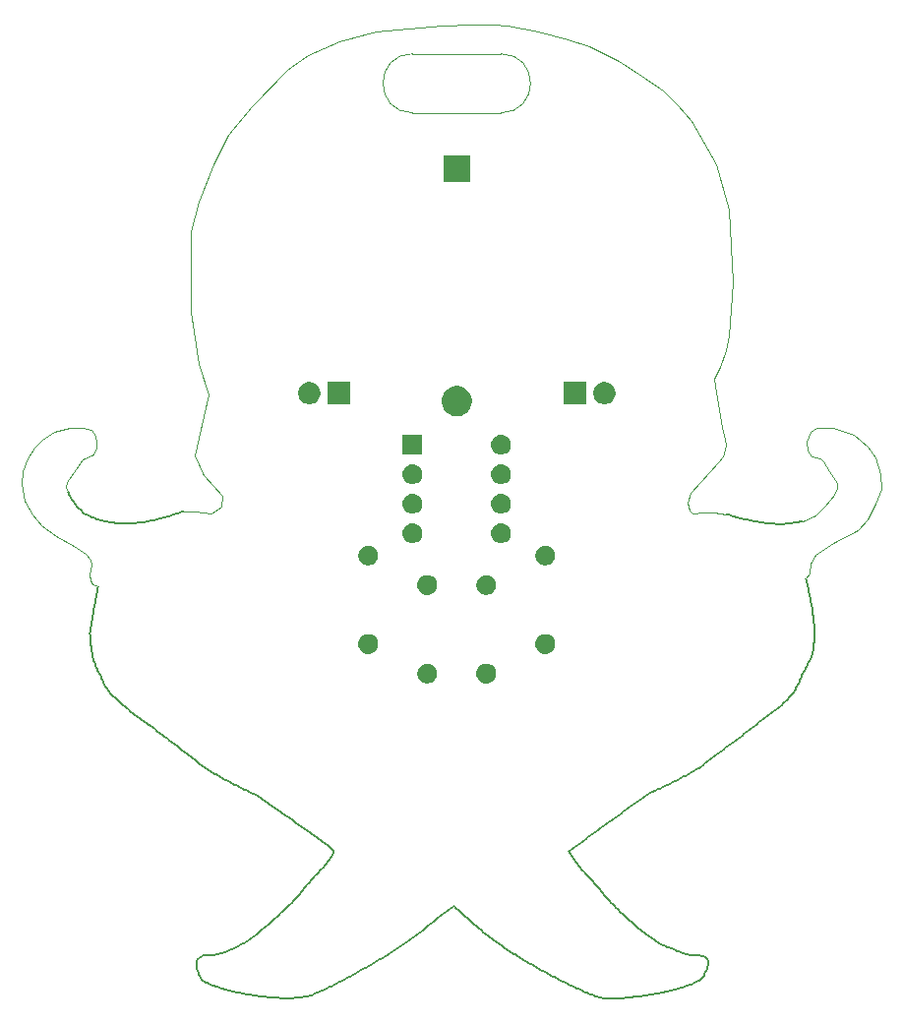
<source format=gbr>
G04 #@! TF.GenerationSoftware,KiCad,Pcbnew,(5.1.0-0)*
G04 #@! TF.CreationDate,2019-04-03T12:05:29-07:00*
G04 #@! TF.ProjectId,ZiaconBadge,5a696163-6f6e-4426-9164-67652e6b6963,rev?*
G04 #@! TF.SameCoordinates,Original*
G04 #@! TF.FileFunction,Soldermask,Top*
G04 #@! TF.FilePolarity,Negative*
%FSLAX46Y46*%
G04 Gerber Fmt 4.6, Leading zero omitted, Abs format (unit mm)*
G04 Created by KiCad (PCBNEW (5.1.0-0)) date 2019-04-03 12:05:29*
%MOMM*%
%LPD*%
G04 APERTURE LIST*
%ADD10C,0.050000*%
%ADD11C,0.100000*%
%ADD12C,0.200000*%
G04 APERTURE END LIST*
D10*
X107950000Y-27940000D02*
G75*
G02X107950000Y-33020000I0J-2540000D01*
G01*
X100330000Y-33020000D02*
G75*
G02X100330000Y-27940000I0J2540000D01*
G01*
D11*
X107950000Y-33020000D02*
X100330000Y-33020000D01*
X100330000Y-27940000D02*
X107950000Y-27940000D01*
D10*
X134543800Y-72694800D02*
X134189473Y-73081477D01*
X134569200Y-71805800D02*
X134543800Y-72694800D01*
X135051800Y-71043800D02*
X134569200Y-71805800D01*
X136575800Y-70053200D02*
X135051800Y-71043800D01*
X138633200Y-68961000D02*
X136575800Y-70053200D01*
X139471400Y-68021200D02*
X138633200Y-68961000D01*
X140208000Y-66700400D02*
X139471400Y-68021200D01*
X140690600Y-65354200D02*
X140208000Y-66700400D01*
X140639800Y-64135000D02*
X140690600Y-65354200D01*
X140157200Y-62712600D02*
X140639800Y-64135000D01*
X139496800Y-61772800D02*
X140157200Y-62712600D01*
X138277600Y-60756800D02*
X139496800Y-61772800D01*
X136575800Y-60147200D02*
X138277600Y-60756800D01*
X135128000Y-60172600D02*
X136575800Y-60147200D01*
X134569200Y-60452000D02*
X135128000Y-60172600D01*
X134289800Y-61366400D02*
X134569200Y-60452000D01*
X134340600Y-62128400D02*
X134289800Y-61366400D01*
X134696200Y-62560200D02*
X134340600Y-62128400D01*
X135407400Y-62738000D02*
X134696200Y-62560200D01*
X135686800Y-63042800D02*
X135407400Y-62738000D01*
X136220200Y-63906400D02*
X135686800Y-63042800D01*
X136855200Y-64922400D02*
X136220200Y-63906400D01*
X136880600Y-65328800D02*
X136855200Y-64922400D01*
X136652000Y-65862200D02*
X136880600Y-65328800D01*
X135890000Y-66852800D02*
X136652000Y-65862200D01*
X135026400Y-67716400D02*
X135890000Y-66852800D01*
X133872004Y-68179092D02*
X135026400Y-67716400D01*
X126263400Y-67386200D02*
X127304800Y-67564000D01*
X125247400Y-67437000D02*
X126263400Y-67386200D01*
X124434600Y-67513200D02*
X125247400Y-67437000D01*
X124155200Y-67233800D02*
X124434600Y-67513200D01*
X123977400Y-66598800D02*
X124155200Y-67233800D01*
X124231400Y-65735200D02*
X123977400Y-66598800D01*
X125095000Y-64820800D02*
X124231400Y-65735200D01*
X126644400Y-63144400D02*
X125095000Y-64820800D01*
X127050800Y-62611000D02*
X126644400Y-63144400D01*
X127228600Y-61061600D02*
X127279400Y-61671200D01*
X126949200Y-60121800D02*
X127228600Y-61061600D01*
X126314200Y-55905400D02*
X126365000Y-56515000D01*
X126796800Y-54864000D02*
X126314200Y-55905400D01*
X127279400Y-53467000D02*
X126796800Y-54864000D01*
X127584200Y-52146200D02*
X127279400Y-53467000D01*
X70535800Y-65201800D02*
X70612000Y-64795400D01*
X72771000Y-73609200D02*
X73253600Y-73787000D01*
X72593200Y-73304400D02*
X72771000Y-73609200D01*
X72542400Y-72745600D02*
X72593200Y-73304400D01*
X72720200Y-71907400D02*
X72542400Y-72745600D01*
X72618600Y-71475600D02*
X72720200Y-71907400D01*
X72212200Y-71018400D02*
X72618600Y-71475600D01*
X71170800Y-70307200D02*
X72212200Y-71018400D01*
X69621400Y-69469000D02*
X71170800Y-70307200D01*
X68376800Y-68529200D02*
X69621400Y-69469000D01*
X67614800Y-67564000D02*
X68376800Y-68529200D01*
X66954400Y-66395600D02*
X67614800Y-67564000D01*
X66700400Y-64998600D02*
X66954400Y-66395600D01*
X66776600Y-63906400D02*
X66700400Y-64998600D01*
X67183000Y-62763400D02*
X66776600Y-63906400D01*
X67792600Y-61823600D02*
X67183000Y-62763400D01*
X68478400Y-61188600D02*
X67792600Y-61823600D01*
X69469000Y-60502800D02*
X68478400Y-61188600D01*
X70866000Y-60121800D02*
X69469000Y-60502800D01*
X71932800Y-60121800D02*
X70866000Y-60121800D01*
X72720200Y-60350400D02*
X71932800Y-60121800D01*
X73075800Y-60858400D02*
X72720200Y-60350400D01*
X73152000Y-61442600D02*
X73075800Y-60858400D01*
X73152000Y-61823600D02*
X73152000Y-61442600D01*
X72847200Y-62433200D02*
X73152000Y-61823600D01*
X71932800Y-62890400D02*
X72847200Y-62433200D01*
X70612000Y-64795400D02*
X71932800Y-62890400D01*
X70637400Y-65633600D02*
X70535800Y-65201800D01*
X81686400Y-67335400D02*
X80645000Y-67310000D01*
X83032600Y-67538600D02*
X81686400Y-67335400D01*
X83845400Y-66954400D02*
X83032600Y-67538600D01*
X83997800Y-65989200D02*
X83845400Y-66954400D01*
X82321400Y-64236600D02*
X83997800Y-65989200D01*
X89916000Y-29083000D02*
X89585800Y-29362400D01*
X91363800Y-28092400D02*
X89916000Y-29083000D01*
X81559400Y-62534800D02*
X82321400Y-64236600D01*
X81915000Y-60960000D02*
X81559400Y-62534800D01*
X82804000Y-57226200D02*
X81915000Y-60960000D01*
X81915000Y-54610000D02*
X82804000Y-57226200D01*
X81280000Y-50165000D02*
X81915000Y-54610000D01*
X81280000Y-48260000D02*
X81280000Y-50165000D01*
X81280000Y-44450000D02*
X81280000Y-48260000D01*
X81280000Y-43180000D02*
X81280000Y-44450000D01*
X81915000Y-40640000D02*
X81280000Y-43180000D01*
X83185000Y-37465000D02*
X81915000Y-40640000D01*
X84455000Y-34925000D02*
X83185000Y-37465000D01*
X86461600Y-32461200D02*
X84455000Y-34925000D01*
X89585800Y-29362400D02*
X86461600Y-32461200D01*
X94005400Y-26873200D02*
X91363800Y-28092400D01*
X97155000Y-26035000D02*
X94005400Y-26873200D01*
X102844600Y-25552400D02*
X97155000Y-26035000D01*
X103479600Y-25501600D02*
X102844600Y-25552400D01*
X104775000Y-25400000D02*
X103479600Y-25501600D01*
X106045000Y-25400000D02*
X104775000Y-25400000D01*
X107315000Y-25400000D02*
X106045000Y-25400000D01*
X108534200Y-25552400D02*
X107315000Y-25400000D01*
X111125000Y-26035000D02*
X108534200Y-25552400D01*
X113665000Y-26670000D02*
X111125000Y-26035000D01*
X115570000Y-27305000D02*
X113665000Y-26670000D01*
X118110000Y-28575000D02*
X115570000Y-27305000D01*
X120015000Y-29845000D02*
X118110000Y-28575000D01*
X121920000Y-31115000D02*
X120015000Y-29845000D01*
X123190000Y-32385000D02*
X121920000Y-31115000D01*
X124307600Y-33731200D02*
X123190000Y-32385000D01*
X126441200Y-37414200D02*
X124307600Y-33731200D01*
X127533400Y-41325800D02*
X126441200Y-37414200D01*
X127939800Y-47599600D02*
X127533400Y-41325800D01*
X127584200Y-52146200D02*
X127939800Y-47599600D01*
X126949200Y-60121800D02*
X126365000Y-56515000D01*
X127050800Y-62611000D02*
X127279400Y-61671200D01*
D12*
X77698600Y-85725000D02*
X77811321Y-85813537D01*
X77811321Y-85813537D02*
X77927008Y-85904076D01*
X77927008Y-85904076D02*
X78043397Y-85994837D01*
X78043397Y-85994837D02*
X78162667Y-86087519D01*
X78162667Y-86087519D02*
X78282636Y-86180430D01*
X78282636Y-86180430D02*
X78401245Y-86271996D01*
X78401245Y-86271996D02*
X78522788Y-86365548D01*
X78522788Y-86365548D02*
X78639002Y-86454760D01*
X78639002Y-86454760D02*
X78758326Y-86546140D01*
X78758326Y-86546140D02*
X78884856Y-86642833D01*
X78884856Y-86642833D02*
X78998367Y-86729426D01*
X78998367Y-86729426D02*
X79127355Y-86827693D01*
X79127355Y-86827693D02*
X79263737Y-86931488D01*
X79263737Y-86931488D02*
X79407628Y-87040942D01*
X79407628Y-87040942D02*
X79527312Y-87131985D01*
X79527312Y-87131985D02*
X79654934Y-87229120D01*
X79654934Y-87229120D02*
X79782691Y-87326458D01*
X79782691Y-87326458D02*
X79910765Y-87424184D01*
X79910765Y-87424184D02*
X80039333Y-87522484D01*
X80039333Y-87522484D02*
X80164530Y-87618435D01*
X80164530Y-87618435D02*
X80278294Y-87705856D01*
X80278294Y-87705856D02*
X80396941Y-87797290D01*
X80396941Y-87797290D02*
X80516554Y-87889769D01*
X80516554Y-87889769D02*
X80633088Y-87980181D01*
X80633088Y-87980181D02*
X80750768Y-88071820D01*
X80750768Y-88071820D02*
X80869721Y-88164813D01*
X80869721Y-88164813D02*
X80983578Y-88254178D01*
X80983578Y-88254178D02*
X81096600Y-88343248D01*
X81096600Y-88343248D02*
X81208802Y-88432037D01*
X81208802Y-88432037D02*
X81324684Y-88524124D01*
X81324684Y-88524124D02*
X81439881Y-88616067D01*
X81439881Y-88616067D02*
X81552082Y-88706002D01*
X81552082Y-88706002D02*
X81663524Y-88795711D01*
X81663524Y-88795711D02*
X81776556Y-88887086D01*
X81776556Y-88887086D02*
X81891255Y-88980206D01*
X81891255Y-88980206D02*
X82007696Y-89075150D01*
X82007696Y-89075150D02*
X82042000Y-89103200D01*
X74472800Y-83159600D02*
X74585296Y-83254057D01*
X74585296Y-83254057D02*
X74694334Y-83347123D01*
X74694334Y-83347123D02*
X74803659Y-83442189D01*
X74803659Y-83442189D02*
X74911883Y-83538293D01*
X74911883Y-83538293D02*
X75017087Y-83633822D01*
X75017087Y-83633822D02*
X75121994Y-83731140D01*
X75121994Y-83731140D02*
X75227239Y-83830341D01*
X75227239Y-83830341D02*
X75330933Y-83928405D01*
X75330933Y-83928405D02*
X75436323Y-84026647D01*
X75436323Y-84026647D02*
X75544422Y-84124401D01*
X75544422Y-84124401D02*
X75652847Y-84218816D01*
X75652847Y-84218816D02*
X75762435Y-84310779D01*
X75762435Y-84310779D02*
X75873366Y-84400903D01*
X75873366Y-84400903D02*
X75985784Y-84489789D01*
X75985784Y-84489789D02*
X76099916Y-84578033D01*
X76099916Y-84578033D02*
X76218228Y-84667827D01*
X76218228Y-84667827D02*
X76336536Y-84756241D01*
X76336536Y-84756241D02*
X76452652Y-84841928D01*
X76452652Y-84841928D02*
X76568886Y-84926810D01*
X76568886Y-84926810D02*
X76691229Y-85015348D01*
X76691229Y-85015348D02*
X76810367Y-85100898D01*
X76810367Y-85100898D02*
X76931487Y-85187289D01*
X76931487Y-85187289D02*
X77049494Y-85270978D01*
X77049494Y-85270978D02*
X77167680Y-85354372D01*
X77167680Y-85354372D02*
X77288595Y-85439311D01*
X77288595Y-85439311D02*
X77408563Y-85523248D01*
X77408563Y-85523248D02*
X77530403Y-85608189D01*
X77530403Y-85608189D02*
X77650119Y-85691380D01*
X77650119Y-85691380D02*
X77698600Y-85725000D01*
X70637400Y-65633600D02*
X70710685Y-65762351D01*
X70710685Y-65762351D02*
X70786210Y-65893062D01*
X70786210Y-65893062D02*
X70862690Y-66022944D01*
X70862690Y-66022944D02*
X70945202Y-66159728D01*
X70945202Y-66159728D02*
X71023306Y-66285486D01*
X71023306Y-66285486D02*
X71102295Y-66408470D01*
X71102295Y-66408470D02*
X71183653Y-66530230D01*
X71183653Y-66530230D02*
X71267707Y-66650319D01*
X71267707Y-66650319D02*
X71356074Y-66769892D01*
X71356074Y-66769892D02*
X71444433Y-66882306D01*
X71444433Y-66882306D02*
X71536339Y-66991499D01*
X71536339Y-66991499D02*
X71632423Y-67097260D01*
X71632423Y-67097260D02*
X71732118Y-67198163D01*
X71732118Y-67198163D02*
X71836447Y-67294593D01*
X71836447Y-67294593D02*
X71947577Y-67387718D01*
X71947577Y-67387718D02*
X72062542Y-67474565D01*
X72062542Y-67474565D02*
X72182668Y-67556092D01*
X72182668Y-67556092D02*
X72307422Y-67631980D01*
X72307422Y-67631980D02*
X72438111Y-67703142D01*
X72438111Y-67703142D02*
X72573986Y-67769366D01*
X72573986Y-67769366D02*
X72713995Y-67830558D01*
X72713995Y-67830558D02*
X72859677Y-67887812D01*
X72859677Y-67887812D02*
X73009729Y-67941030D01*
X73009729Y-67941030D02*
X73161391Y-67989840D01*
X73161391Y-67989840D02*
X73318715Y-68036045D01*
X73318715Y-68036045D02*
X73478192Y-68079028D01*
X73478192Y-68079028D02*
X73639354Y-68119169D01*
X73639354Y-68119169D02*
X73804320Y-68157381D01*
X73804320Y-68157381D02*
X73903200Y-68179092D01*
X73903200Y-68179092D02*
X74070502Y-68213366D01*
X74070502Y-68213366D02*
X74242379Y-68244892D01*
X74242379Y-68244892D02*
X74415400Y-68272818D01*
X74415400Y-68272818D02*
X74594197Y-68297647D01*
X74594197Y-68297647D02*
X74773979Y-68318494D01*
X74773979Y-68318494D02*
X74960158Y-68335773D01*
X74960158Y-68335773D02*
X75153159Y-68349119D01*
X75153159Y-68349119D02*
X75344514Y-68357847D01*
X75344514Y-68357847D02*
X75543242Y-68362279D01*
X75543242Y-68362279D02*
X75747664Y-68362052D01*
X75747664Y-68362052D02*
X75948626Y-68357246D01*
X75948626Y-68357246D02*
X76142108Y-68348471D01*
X76142108Y-68348471D02*
X76330604Y-68336151D01*
X76330604Y-68336151D02*
X76515282Y-68320600D01*
X76515282Y-68320600D02*
X76697407Y-68302018D01*
X76697407Y-68302018D02*
X76876737Y-68280683D01*
X76876737Y-68280683D02*
X77053022Y-68256887D01*
X77053022Y-68256887D02*
X77227677Y-68230658D01*
X77227677Y-68230658D02*
X77403939Y-68201608D01*
X77403939Y-68201608D02*
X77574841Y-68171069D01*
X77574841Y-68171069D02*
X77745317Y-68138360D01*
X77745317Y-68138360D02*
X77915256Y-68103608D01*
X77915256Y-68103608D02*
X78082709Y-68067352D01*
X78082709Y-68067352D02*
X78247461Y-68029802D01*
X78247461Y-68029802D02*
X78411191Y-67990704D01*
X78411191Y-67990704D02*
X78573771Y-67950190D01*
X78573771Y-67950190D02*
X78735070Y-67908392D01*
X78735070Y-67908392D02*
X78892963Y-67865983D01*
X78892963Y-67865983D02*
X79051265Y-67822036D01*
X79051265Y-67822036D02*
X79207872Y-67777198D01*
X79207872Y-67777198D02*
X79362648Y-67731602D01*
X79362648Y-67731602D02*
X79521774Y-67683440D01*
X79521774Y-67683440D02*
X79674682Y-67635969D01*
X79674682Y-67635969D02*
X79831891Y-67585994D01*
X79831891Y-67585994D02*
X79989127Y-67534863D01*
X79989127Y-67534863D02*
X80139643Y-67484873D01*
X80139643Y-67484873D02*
X80289886Y-67433990D01*
X80289886Y-67433990D02*
X80446657Y-67379884D01*
X80446657Y-67379884D02*
X80603212Y-67324851D01*
X80603212Y-67324851D02*
X80645000Y-67310000D01*
X116535200Y-109194600D02*
X116717192Y-109217948D01*
X116717192Y-109217948D02*
X116908544Y-109234632D01*
X116908544Y-109234632D02*
X117098426Y-109245110D01*
X117098426Y-109245110D02*
X117294678Y-109250873D01*
X117294678Y-109250873D02*
X117493462Y-109252382D01*
X117493462Y-109252382D02*
X117693031Y-109250182D01*
X117693031Y-109250182D02*
X117890636Y-109244830D01*
X117890636Y-109244830D02*
X118084790Y-109236847D01*
X118084790Y-109236847D02*
X118279243Y-109226420D01*
X118279243Y-109226420D02*
X118468038Y-109214173D01*
X118468038Y-109214173D02*
X118655409Y-109200104D01*
X118655409Y-109200104D02*
X118840738Y-109184438D01*
X118840738Y-109184438D02*
X119028870Y-109166860D01*
X119028870Y-109166860D02*
X119214022Y-109147992D01*
X119214022Y-109147992D02*
X119431712Y-109123910D01*
X119431712Y-109123910D02*
X119623793Y-109101024D01*
X119623793Y-109101024D02*
X119823014Y-109075719D01*
X119823014Y-109075719D02*
X120003693Y-109051420D01*
X120003693Y-109051420D02*
X120182334Y-109026159D01*
X120182334Y-109026159D02*
X120358678Y-109000026D01*
X120358678Y-109000026D02*
X120538197Y-108972217D01*
X120538197Y-108972217D02*
X120717823Y-108943170D01*
X120717823Y-108943170D02*
X120894489Y-108913411D01*
X120894489Y-108913411D02*
X121070827Y-108882516D01*
X121070827Y-108882516D02*
X121240968Y-108851569D01*
X121240968Y-108851569D02*
X121410412Y-108819614D01*
X121410412Y-108819614D02*
X121578963Y-108786687D01*
X121578963Y-108786687D02*
X121746431Y-108752809D01*
X121746431Y-108752809D02*
X121929161Y-108714480D01*
X121929161Y-108714480D02*
X122108726Y-108675376D01*
X122108726Y-108675376D02*
X122283571Y-108635873D01*
X122283571Y-108635873D02*
X122454879Y-108595728D01*
X122454879Y-108595728D02*
X122629018Y-108553376D01*
X122629018Y-108553376D02*
X122790040Y-108512745D01*
X122790040Y-108512745D02*
X122949630Y-108470988D01*
X122949630Y-108470988D02*
X123107499Y-108428118D01*
X123107499Y-108428118D02*
X123264561Y-108383801D01*
X123264561Y-108383801D02*
X123419237Y-108338391D01*
X123419237Y-108338391D02*
X123573506Y-108291184D01*
X123573506Y-108291184D02*
X123727941Y-108241803D01*
X123727941Y-108241803D02*
X123881849Y-108190222D01*
X123881849Y-108190222D02*
X124034464Y-108136426D01*
X124034464Y-108136426D02*
X124180982Y-108081926D01*
X124180982Y-108081926D02*
X124324859Y-108025225D01*
X124324859Y-108025225D02*
X124468756Y-107964766D01*
X124468756Y-107964766D02*
X124607637Y-107902083D01*
X124607637Y-107902083D02*
X124743476Y-107835604D01*
X124743476Y-107835604D02*
X124877070Y-107763706D01*
X124877070Y-107763706D02*
X125002088Y-107688385D01*
X125002088Y-107688385D02*
X125121613Y-107605604D01*
X125121613Y-107605604D02*
X125234988Y-107510858D01*
X125234988Y-107510858D02*
X125331249Y-107404979D01*
X125331249Y-107404979D02*
X125403343Y-107275779D01*
X125403343Y-107275779D02*
X125409191Y-107258085D01*
X108178600Y-104825800D02*
X108294837Y-104910723D01*
X108294837Y-104910723D02*
X108414065Y-104994978D01*
X108414065Y-104994978D02*
X108533121Y-105076958D01*
X108533121Y-105076958D02*
X108656498Y-105160133D01*
X108656498Y-105160133D02*
X108777679Y-105240384D01*
X108777679Y-105240384D02*
X108900430Y-105320443D01*
X108900430Y-105320443D02*
X109026334Y-105401452D01*
X109026334Y-105401452D02*
X109150514Y-105480387D01*
X109150514Y-105480387D02*
X109275599Y-105559027D01*
X109275599Y-105559027D02*
X109399201Y-105635963D01*
X109399201Y-105635963D02*
X109524469Y-105713219D01*
X109524469Y-105713219D02*
X109649154Y-105789449D01*
X109649154Y-105789449D02*
X109774822Y-105865656D01*
X109774822Y-105865656D02*
X109903228Y-105942913D01*
X109903228Y-105942913D02*
X110034241Y-106021137D01*
X110034241Y-106021137D02*
X110167725Y-106100246D01*
X110167725Y-106100246D02*
X110297128Y-106176390D01*
X110297128Y-106176390D02*
X110424197Y-106250656D01*
X110424197Y-106250656D02*
X110555235Y-106326738D01*
X110555235Y-106326738D02*
X110685766Y-106402031D01*
X110685766Y-106402031D02*
X110813354Y-106475164D01*
X110813354Y-106475164D02*
X110949121Y-106552489D01*
X110949121Y-106552489D02*
X111077097Y-106624918D01*
X111077097Y-106624918D02*
X111206197Y-106697541D01*
X111206197Y-106697541D02*
X111336330Y-106770298D01*
X111336330Y-106770298D02*
X111467407Y-106843137D01*
X111467407Y-106843137D02*
X111599337Y-106915996D01*
X111599337Y-106915996D02*
X111732028Y-106988818D01*
X111732028Y-106988818D02*
X111865391Y-107061552D01*
X111865391Y-107061552D02*
X111999337Y-107134136D01*
X111999337Y-107134136D02*
X112133774Y-107206513D01*
X112133774Y-107206513D02*
X112266197Y-107277342D01*
X112266197Y-107277342D02*
X112413420Y-107355538D01*
X112413420Y-107355538D02*
X112548800Y-107426929D01*
X112548800Y-107426929D02*
X112684305Y-107497884D01*
X112684305Y-107497884D02*
X112819842Y-107568344D01*
X112819842Y-107568344D02*
X112955320Y-107638252D01*
X112955320Y-107638252D02*
X113090652Y-107707552D01*
X113090652Y-107707552D02*
X113235384Y-107781066D01*
X113235384Y-107781066D02*
X113370123Y-107848928D01*
X113370123Y-107848928D02*
X113504436Y-107916007D01*
X113504436Y-107916007D02*
X113638234Y-107982248D01*
X113638234Y-107982248D02*
X113778542Y-108051066D01*
X113778542Y-108051066D02*
X113913358Y-108116545D01*
X113913358Y-108116545D02*
X114054377Y-108184334D01*
X114054377Y-108184334D02*
X114192051Y-108249792D01*
X114192051Y-108249792D02*
X114330937Y-108315065D01*
X114330937Y-108315065D02*
X114470864Y-108380021D01*
X114470864Y-108380021D02*
X114616165Y-108446564D01*
X114616165Y-108446564D02*
X114766477Y-108514374D01*
X114766477Y-108514374D02*
X114908201Y-108577292D01*
X114908201Y-108577292D02*
X115058810Y-108642994D01*
X115058810Y-108642994D02*
X115204846Y-108705476D01*
X115204846Y-108705476D02*
X115346263Y-108764740D01*
X115346263Y-108764740D02*
X115489169Y-108823285D01*
X115489169Y-108823285D02*
X115633150Y-108880781D01*
X115633150Y-108880781D02*
X115779703Y-108937616D01*
X115779703Y-108937616D02*
X115926272Y-108992569D01*
X115926272Y-108992569D02*
X116075993Y-109046518D01*
X116075993Y-109046518D02*
X116227874Y-109098684D01*
X116227874Y-109098684D02*
X116380816Y-109148205D01*
X116380816Y-109148205D02*
X116535200Y-109194600D01*
X103936800Y-101320600D02*
X104043512Y-101422415D01*
X104043512Y-101422415D02*
X104146690Y-101520526D01*
X104146690Y-101520526D02*
X104254867Y-101622862D01*
X104254867Y-101622862D02*
X104360338Y-101722046D01*
X104360338Y-101722046D02*
X104466880Y-101821612D01*
X104466880Y-101821612D02*
X104574253Y-101921297D01*
X104574253Y-101921297D02*
X104679349Y-102018223D01*
X104679349Y-102018223D02*
X104786065Y-102115978D01*
X104786065Y-102115978D02*
X104895603Y-102215619D01*
X104895603Y-102215619D02*
X105001778Y-102311516D01*
X105001778Y-102311516D02*
X105109610Y-102408219D01*
X105109610Y-102408219D02*
X105216732Y-102503583D01*
X105216732Y-102503583D02*
X105326878Y-102600910D01*
X105326878Y-102600910D02*
X105433452Y-102694369D01*
X105433452Y-102694369D02*
X105542511Y-102789272D01*
X105542511Y-102789272D02*
X105653947Y-102885473D01*
X105653947Y-102885473D02*
X105765366Y-102980869D01*
X105765366Y-102980869D02*
X105874205Y-103073283D01*
X105874205Y-103073283D02*
X105987257Y-103168455D01*
X105987257Y-103168455D02*
X106097317Y-103260296D01*
X106097317Y-103260296D02*
X106208976Y-103352640D01*
X106208976Y-103352640D02*
X106322156Y-103445377D01*
X106322156Y-103445377D02*
X106436777Y-103538387D01*
X106436777Y-103538387D02*
X106547690Y-103627507D01*
X106547690Y-103627507D02*
X106664902Y-103720727D01*
X106664902Y-103720727D02*
X106778147Y-103809842D01*
X106778147Y-103809842D02*
X106897644Y-103902837D01*
X106897644Y-103902837D02*
X107011614Y-103990519D01*
X107011614Y-103990519D02*
X107129108Y-104079853D01*
X107129108Y-104079853D02*
X107246108Y-104167721D01*
X107246108Y-104167721D02*
X107363861Y-104255033D01*
X107363861Y-104255033D02*
X107487698Y-104345607D01*
X107487698Y-104345607D02*
X107610845Y-104434375D01*
X107610845Y-104434375D02*
X107731842Y-104520297D01*
X107731842Y-104520297D02*
X107852635Y-104604757D01*
X107852635Y-104604757D02*
X107973832Y-104688135D01*
X107973832Y-104688135D02*
X108093301Y-104768954D01*
X108093301Y-104768954D02*
X108178600Y-104825800D01*
X134129194Y-80891188D02*
X134056752Y-81019539D01*
X134056752Y-81019539D02*
X133985365Y-81150572D01*
X133985365Y-81150572D02*
X133916530Y-81282656D01*
X133916530Y-81282656D02*
X133850148Y-81417493D01*
X133850148Y-81417493D02*
X133787250Y-81555127D01*
X133787250Y-81555127D02*
X133728463Y-81696574D01*
X133728463Y-81696574D02*
X133673358Y-81843846D01*
X133673358Y-81843846D02*
X133620566Y-81992973D01*
X133620566Y-81992973D02*
X133565207Y-82138125D01*
X133565207Y-82138125D02*
X133503520Y-82276459D01*
X133503520Y-82276459D02*
X133434976Y-82409671D01*
X133434976Y-82409671D02*
X133361392Y-82538561D01*
X133361392Y-82538561D02*
X133285083Y-82662917D01*
X133285083Y-82662917D02*
X133206447Y-82784684D01*
X133206447Y-82784684D02*
X133124689Y-82906570D01*
X133124689Y-82906570D02*
X133042315Y-83025874D01*
X133042315Y-83025874D02*
X133019800Y-83058000D01*
X134916839Y-77764259D02*
X134912989Y-77961058D01*
X134912989Y-77961058D02*
X134908308Y-78157500D01*
X134908308Y-78157500D02*
X134902359Y-78351722D01*
X134902359Y-78351722D02*
X134894478Y-78544026D01*
X134894478Y-78544026D02*
X134883779Y-78734090D01*
X134883779Y-78734090D02*
X134869133Y-78920984D01*
X134869133Y-78920984D02*
X134849164Y-79103738D01*
X134849164Y-79103738D02*
X134822304Y-79281840D01*
X134822304Y-79281840D02*
X134787581Y-79452798D01*
X134787581Y-79452798D02*
X134745630Y-79612360D01*
X134745630Y-79612360D02*
X134695213Y-79767291D01*
X134695213Y-79767291D02*
X134639320Y-79912530D01*
X134639320Y-79912530D02*
X134577597Y-80053976D01*
X134577597Y-80053976D02*
X134512014Y-80191064D01*
X134512014Y-80191064D02*
X134443829Y-80324622D01*
X134443829Y-80324622D02*
X134372804Y-80457593D01*
X134372804Y-80457593D02*
X134301627Y-80586827D01*
X134301627Y-80586827D02*
X134228923Y-80716209D01*
X134228923Y-80716209D02*
X134155501Y-80845215D01*
X134155501Y-80845215D02*
X134129194Y-80891188D01*
X72567800Y-77851000D02*
X72583071Y-78042132D01*
X72583071Y-78042132D02*
X72598055Y-78246163D01*
X72598055Y-78246163D02*
X72612260Y-78437185D01*
X72612260Y-78437185D02*
X72627454Y-78624060D01*
X72627454Y-78624060D02*
X72644709Y-78809232D01*
X72644709Y-78809232D02*
X72664714Y-78992408D01*
X72664714Y-78992408D02*
X72687780Y-79171768D01*
X72687780Y-79171768D02*
X72714664Y-79350032D01*
X72714664Y-79350032D02*
X72744831Y-79522247D01*
X72744831Y-79522247D02*
X72778785Y-79691169D01*
X72778785Y-79691169D02*
X72817296Y-79859776D01*
X72817296Y-79859776D02*
X72858769Y-80021296D01*
X72858769Y-80021296D02*
X72903682Y-80178658D01*
X72903682Y-80178658D02*
X72951753Y-80331589D01*
X72951753Y-80331589D02*
X73003878Y-80483290D01*
X73003878Y-80483290D02*
X73058650Y-80630116D01*
X73058650Y-80630116D02*
X73117113Y-80775371D01*
X73117113Y-80775371D02*
X73177533Y-80915324D01*
X73177533Y-80915324D02*
X73228200Y-81026000D01*
X73228200Y-81026000D02*
X73308008Y-81147255D01*
X73308008Y-81147255D02*
X73380093Y-81277140D01*
X73380093Y-81277140D02*
X73444546Y-81413047D01*
X73444546Y-81413047D02*
X73505489Y-81556027D01*
X73505489Y-81556027D02*
X73564688Y-81699302D01*
X73564688Y-81699302D02*
X73625190Y-81840631D01*
X73625190Y-81840631D02*
X73688321Y-81977849D01*
X73688321Y-81977849D02*
X73755860Y-82112774D01*
X73755860Y-82112774D02*
X73827280Y-82244057D01*
X73827280Y-82244057D02*
X73901541Y-82370572D01*
X73901541Y-82370572D02*
X73978831Y-82493700D01*
X73978831Y-82493700D02*
X74058965Y-82614037D01*
X74058965Y-82614037D02*
X74142606Y-82733248D01*
X74142606Y-82733248D02*
X74229327Y-82851236D01*
X74229327Y-82851236D02*
X74317529Y-82966404D01*
X74317529Y-82966404D02*
X74408011Y-83080309D01*
X74408011Y-83080309D02*
X74472800Y-83159600D01*
X73253600Y-73787000D02*
X73224769Y-73960681D01*
X73224769Y-73960681D02*
X73194881Y-74133795D01*
X73194881Y-74133795D02*
X73164328Y-74306781D01*
X73164328Y-74306781D02*
X73132892Y-74482449D01*
X73132892Y-74482449D02*
X73098058Y-74675759D01*
X73098058Y-74675759D02*
X73062440Y-74873003D01*
X73062440Y-74873003D02*
X73031870Y-75042550D01*
X73031870Y-75042550D02*
X72998847Y-75226447D01*
X72998847Y-75226447D02*
X72967675Y-75401091D01*
X72967675Y-75401091D02*
X72936477Y-75577192D01*
X72936477Y-75577192D02*
X72906142Y-75749938D01*
X72906142Y-75749938D02*
X72875316Y-75927263D01*
X72875316Y-75927263D02*
X72844845Y-76104524D01*
X72844845Y-76104524D02*
X72815608Y-76276703D01*
X72815608Y-76276703D02*
X72786147Y-76452438D01*
X72786147Y-76452438D02*
X72755754Y-76636376D01*
X72755754Y-76636376D02*
X72727614Y-76809272D01*
X72727614Y-76809272D02*
X72698666Y-76989973D01*
X72698666Y-76989973D02*
X72670536Y-77168608D01*
X72670536Y-77168608D02*
X72642493Y-77349920D01*
X72642493Y-77349920D02*
X72615944Y-77524811D01*
X72615944Y-77524811D02*
X72589475Y-77702596D01*
X72589475Y-77702596D02*
X72567800Y-77851000D01*
X87096600Y-91871800D02*
X87219921Y-91961484D01*
X87219921Y-91961484D02*
X87339074Y-92047746D01*
X87339074Y-92047746D02*
X87458012Y-92133483D01*
X87458012Y-92133483D02*
X87576714Y-92218696D01*
X87576714Y-92218696D02*
X87695149Y-92303383D01*
X87695149Y-92303383D02*
X87813298Y-92387546D01*
X87813298Y-92387546D02*
X87931131Y-92471181D01*
X87931131Y-92471181D02*
X88048626Y-92554290D01*
X88048626Y-92554290D02*
X88173552Y-92642360D01*
X88173552Y-92642360D02*
X88298034Y-92729828D01*
X88298034Y-92729828D02*
X88425911Y-92819401D01*
X88425911Y-92819401D02*
X88549400Y-92905648D01*
X88549400Y-92905648D02*
X88672352Y-92991294D01*
X88672352Y-92991294D02*
X88794737Y-93076336D01*
X88794737Y-93076336D02*
X88916528Y-93160776D01*
X88916528Y-93160776D02*
X89037693Y-93244613D01*
X89037693Y-93244613D02*
X89161954Y-93330434D01*
X89161954Y-93330434D02*
X89292949Y-93420755D01*
X89292949Y-93420755D02*
X89411961Y-93502701D01*
X89411961Y-93502701D02*
X89552312Y-93599226D01*
X89552312Y-93599226D02*
X89676947Y-93684860D01*
X89676947Y-93684860D02*
X89804282Y-93772301D01*
X89804282Y-93772301D02*
X89944979Y-93868882D01*
X89944979Y-93868882D02*
X90102106Y-93976749D01*
X90102106Y-93976749D02*
X90222327Y-94059312D01*
X90222327Y-94059312D02*
X90348434Y-94145985D01*
X90348434Y-94145985D02*
X90473283Y-94231884D01*
X90473283Y-94231884D02*
X90596825Y-94317009D01*
X90596825Y-94317009D02*
X90719021Y-94401358D01*
X90719021Y-94401358D02*
X90839827Y-94484931D01*
X90839827Y-94484931D02*
X90959198Y-94567731D01*
X90959198Y-94567731D02*
X91086846Y-94656549D01*
X91086846Y-94656549D02*
X91206301Y-94739970D01*
X91206301Y-94739970D02*
X91333577Y-94829229D01*
X91333577Y-94829229D02*
X91458858Y-94917524D01*
X91458858Y-94917524D02*
X91579030Y-95002685D01*
X91579030Y-95002685D02*
X91700200Y-95089077D01*
X91700200Y-95089077D02*
X91819199Y-95174501D01*
X91819199Y-95174501D02*
X91935969Y-95258958D01*
X91935969Y-95258958D02*
X92056114Y-95346596D01*
X92056114Y-95346596D02*
X92173670Y-95433165D01*
X92173670Y-95433165D02*
X92288566Y-95518663D01*
X92288566Y-95518663D02*
X92404690Y-95606085D01*
X92404690Y-95606085D02*
X92520377Y-95694326D01*
X92520377Y-95694326D02*
X92635330Y-95783300D01*
X92635330Y-95783300D02*
X92749238Y-95872927D01*
X92749238Y-95872927D02*
X92864100Y-95965000D01*
X92864100Y-95965000D02*
X92977068Y-96057489D01*
X92977068Y-96057489D02*
X93087767Y-96150301D01*
X93087767Y-96150301D02*
X93195798Y-96243339D01*
X93195798Y-96243339D02*
X93302697Y-96338264D01*
X93302697Y-96338264D02*
X93409538Y-96436600D01*
X93409538Y-96436600D02*
X93511721Y-96534656D01*
X93511721Y-96534656D02*
X93548200Y-96570800D01*
X82042000Y-89103200D02*
X82166331Y-89189296D01*
X82166331Y-89189296D02*
X82288991Y-89272869D01*
X82288991Y-89272869D02*
X82412106Y-89355398D01*
X82412106Y-89355398D02*
X82532831Y-89435024D01*
X82532831Y-89435024D02*
X82659319Y-89517097D01*
X82659319Y-89517097D02*
X82781685Y-89595207D01*
X82781685Y-89595207D02*
X82908149Y-89674635D01*
X82908149Y-89674635D02*
X83036361Y-89753864D01*
X83036361Y-89753864D02*
X83161787Y-89830148D01*
X83161787Y-89830148D02*
X83287080Y-89905195D01*
X83287080Y-89905195D02*
X83423592Y-89985706D01*
X83423592Y-89985706D02*
X83551183Y-90059832D01*
X83551183Y-90059832D02*
X83685008Y-90136473D01*
X83685008Y-90136473D02*
X83814183Y-90209436D01*
X83814183Y-90209436D02*
X83943094Y-90281316D01*
X83943094Y-90281316D02*
X84074073Y-90353450D01*
X84074073Y-90353450D02*
X84204886Y-90424647D01*
X84204886Y-90424647D02*
X84337925Y-90496244D01*
X84337925Y-90496244D02*
X84468431Y-90565741D01*
X84468431Y-90565741D02*
X84601219Y-90635755D01*
X84601219Y-90635755D02*
X84736395Y-90706355D01*
X84736395Y-90706355D02*
X84868914Y-90774960D01*
X84868914Y-90774960D02*
X85006451Y-90845576D01*
X85006451Y-90845576D02*
X85141247Y-90914247D01*
X85141247Y-90914247D02*
X85283961Y-90986422D01*
X85283961Y-90986422D02*
X85426690Y-91058104D01*
X85426690Y-91058104D02*
X85560895Y-91125091D01*
X85560895Y-91125091D02*
X85697536Y-91192910D01*
X85697536Y-91192910D02*
X85836682Y-91261612D01*
X85836682Y-91261612D02*
X85978408Y-91331247D01*
X85978408Y-91331247D02*
X86122786Y-91401864D01*
X86122786Y-91401864D02*
X86260615Y-91469006D01*
X86260615Y-91469006D02*
X86407188Y-91540137D01*
X86407188Y-91540137D02*
X86546894Y-91607709D01*
X86546894Y-91607709D02*
X86682544Y-91673124D01*
X86682544Y-91673124D02*
X86820489Y-91739468D01*
X86820489Y-91739468D02*
X86967511Y-91810002D01*
X86967511Y-91810002D02*
X87096600Y-91871800D01*
X124917200Y-105537000D02*
X124729441Y-105550453D01*
X124729441Y-105550453D02*
X124530281Y-105552482D01*
X124530281Y-105552482D02*
X124340848Y-105540179D01*
X124340848Y-105540179D02*
X124165238Y-105515066D01*
X124165238Y-105515066D02*
X124000436Y-105479599D01*
X124000436Y-105479599D02*
X123841123Y-105435475D01*
X123841123Y-105435475D02*
X123687284Y-105385257D01*
X123687284Y-105385257D02*
X123540452Y-105331905D01*
X123540452Y-105331905D02*
X123396499Y-105275783D01*
X123396499Y-105275783D02*
X123253439Y-105217348D01*
X123253439Y-105217348D02*
X123109149Y-105156592D01*
X123109149Y-105156592D02*
X122959731Y-105092456D01*
X122959731Y-105092456D02*
X122817265Y-105030650D01*
X122817265Y-105030650D02*
X122659676Y-104961969D01*
X122659676Y-104961969D02*
X122580400Y-104927400D01*
X125409191Y-107258085D02*
X125484553Y-107131784D01*
X125484553Y-107131784D02*
X125556197Y-106999669D01*
X125556197Y-106999669D02*
X125622952Y-106860967D01*
X125622952Y-106860967D02*
X125681565Y-106718569D01*
X125681565Y-106718569D02*
X125731323Y-106567309D01*
X125731323Y-106567309D02*
X125768045Y-106403204D01*
X125768045Y-106403204D02*
X125782168Y-106217139D01*
X125782168Y-106217139D02*
X125758405Y-106040783D01*
X125758405Y-106040783D02*
X125699677Y-105898448D01*
X125699677Y-105898448D02*
X125611717Y-105784634D01*
X125611717Y-105784634D02*
X125496677Y-105694176D01*
X125496677Y-105694176D02*
X125362152Y-105627220D01*
X125362152Y-105627220D02*
X125208893Y-105579423D01*
X125208893Y-105579423D02*
X125037315Y-105548548D01*
X125037315Y-105548548D02*
X124917200Y-105537000D01*
X117001956Y-100557569D02*
X116910278Y-100441373D01*
X116910278Y-100441373D02*
X116817638Y-100325011D01*
X116817638Y-100325011D02*
X116726818Y-100211969D01*
X116726818Y-100211969D02*
X116632611Y-100095808D01*
X116632611Y-100095808D02*
X116540387Y-99983177D01*
X116540387Y-99983177D02*
X116445163Y-99868012D01*
X116445163Y-99868012D02*
X116352087Y-99756560D01*
X116352087Y-99756560D02*
X116259945Y-99647303D01*
X116259945Y-99647303D02*
X116167627Y-99538916D01*
X116167627Y-99538916D02*
X116073023Y-99428946D01*
X116073023Y-99428946D02*
X115978624Y-99320315D01*
X115978624Y-99320315D02*
X115883500Y-99211936D01*
X115883500Y-99211936D02*
X115786833Y-99102879D01*
X115786833Y-99102879D02*
X115691943Y-98996843D01*
X115691943Y-98996843D02*
X115594963Y-98889452D01*
X115594963Y-98889452D02*
X115493469Y-98778032D01*
X115493469Y-98778032D02*
X115396334Y-98672217D01*
X115396334Y-98672217D02*
X115296355Y-98563994D01*
X115296355Y-98563994D02*
X115200026Y-98460207D01*
X115200026Y-98460207D02*
X115078146Y-98329226D01*
X115078146Y-98329226D02*
X114980636Y-98224346D01*
X114980636Y-98224346D02*
X114882732Y-98118540D01*
X114882732Y-98118540D02*
X114784877Y-98011782D01*
X114784877Y-98011782D02*
X114688835Y-97905399D01*
X114688835Y-97905399D02*
X114594797Y-97798936D01*
X114594797Y-97798936D02*
X114500520Y-97688954D01*
X114500520Y-97688954D02*
X114408817Y-97577684D01*
X114408817Y-97577684D02*
X114319791Y-97464209D01*
X114319791Y-97464209D02*
X114231462Y-97344594D01*
X114231462Y-97344594D02*
X114148063Y-97223266D01*
X114148063Y-97223266D02*
X114069244Y-97098981D01*
X114069244Y-97098981D02*
X113995736Y-96972434D01*
X113995736Y-96972434D02*
X113925992Y-96840603D01*
X113925992Y-96840603D02*
X113860268Y-96703580D01*
X113860268Y-96703580D02*
X113798711Y-96561753D01*
X113798711Y-96561753D02*
X113792000Y-96545400D01*
X122580400Y-104927400D02*
X122419630Y-104887668D01*
X122419630Y-104887668D02*
X122269228Y-104837117D01*
X122269228Y-104837117D02*
X122125393Y-104779301D01*
X122125393Y-104779301D02*
X121986888Y-104716429D01*
X121986888Y-104716429D02*
X121851273Y-104649059D01*
X121851273Y-104649059D02*
X121719857Y-104579004D01*
X121719857Y-104579004D02*
X121591378Y-104506491D01*
X121591378Y-104506491D02*
X121464175Y-104431176D01*
X121464175Y-104431176D02*
X121336257Y-104352228D01*
X121336257Y-104352228D02*
X121213147Y-104273455D01*
X121213147Y-104273455D02*
X121090173Y-104192243D01*
X121090173Y-104192243D02*
X120970299Y-104110808D01*
X120970299Y-104110808D02*
X120848443Y-104025874D01*
X120848443Y-104025874D02*
X120730247Y-103941531D01*
X120730247Y-103941531D02*
X120609033Y-103853139D01*
X120609033Y-103853139D02*
X120490518Y-103764946D01*
X120490518Y-103764946D02*
X120376371Y-103678422D01*
X120376371Y-103678422D02*
X120261060Y-103589502D01*
X120261060Y-103589502D02*
X120144660Y-103498256D01*
X120144660Y-103498256D02*
X120033137Y-103409478D01*
X120033137Y-103409478D02*
X119920763Y-103318720D01*
X119920763Y-103318720D02*
X119807599Y-103226044D01*
X119807599Y-103226044D02*
X119693713Y-103131508D01*
X119693713Y-103131508D02*
X119579166Y-103035168D01*
X119579166Y-103035168D02*
X119470102Y-102942293D01*
X119470102Y-102942293D02*
X119360557Y-102847904D01*
X119360557Y-102847904D02*
X119250588Y-102752053D01*
X119250588Y-102752053D02*
X119140249Y-102654789D01*
X119140249Y-102654789D02*
X119034210Y-102560299D01*
X119034210Y-102560299D02*
X118924850Y-102461810D01*
X118924850Y-102461810D02*
X118818372Y-102364918D01*
X118818372Y-102364918D02*
X118708661Y-102264054D01*
X118708661Y-102264054D02*
X118603491Y-102166387D01*
X118603491Y-102166387D02*
X118498274Y-102067721D01*
X118498274Y-102067721D02*
X118386872Y-101962212D01*
X118386872Y-101962212D02*
X118281708Y-101861625D01*
X118281708Y-101861625D02*
X118176641Y-101760174D01*
X118176641Y-101760174D02*
X118071715Y-101657894D01*
X118071715Y-101657894D02*
X117966978Y-101554832D01*
X117966978Y-101554832D02*
X117857867Y-101446432D01*
X117857867Y-101446432D02*
X117746009Y-101334191D01*
X117746009Y-101334191D02*
X117642151Y-101228958D01*
X117642151Y-101228958D02*
X117532597Y-101116875D01*
X117532597Y-101116875D02*
X117429570Y-101010438D01*
X117429570Y-101010438D02*
X117322498Y-100898749D01*
X117322498Y-100898749D02*
X117224973Y-100796040D01*
X117224973Y-100796040D02*
X117123502Y-100688167D01*
X117123502Y-100688167D02*
X117026336Y-100583888D01*
X117026336Y-100583888D02*
X117001956Y-100557569D01*
X103936800Y-101320600D02*
X103804094Y-101388556D01*
X103804094Y-101388556D02*
X103676386Y-101462735D01*
X103676386Y-101462735D02*
X103551389Y-101541844D01*
X103551389Y-101541844D02*
X103431276Y-101622674D01*
X103431276Y-101622674D02*
X103310932Y-101707459D01*
X103310932Y-101707459D02*
X103194297Y-101792562D01*
X103194297Y-101792562D02*
X103078773Y-101879155D01*
X103078773Y-101879155D02*
X102960387Y-101969812D01*
X102960387Y-101969812D02*
X102843844Y-102060569D01*
X102843844Y-102060569D02*
X102729625Y-102150667D01*
X102729625Y-102150667D02*
X102616241Y-102240976D01*
X102616241Y-102240976D02*
X102498004Y-102335843D01*
X102498004Y-102335843D02*
X102384987Y-102426992D01*
X102384987Y-102426992D02*
X102265227Y-102523897D01*
X102265227Y-102523897D02*
X102121318Y-102640547D01*
X102121318Y-102640547D02*
X102008708Y-102731827D01*
X102008708Y-102731827D02*
X101889438Y-102828382D01*
X101889438Y-102828382D02*
X101772343Y-102922951D01*
X101772343Y-102922951D02*
X101653046Y-103018969D01*
X101653046Y-103018969D02*
X101538618Y-103110673D01*
X101538618Y-103110673D02*
X101424635Y-103201571D01*
X101424635Y-103201571D02*
X101308784Y-103293437D01*
X101308784Y-103293437D02*
X101193536Y-103384240D01*
X101193536Y-103384240D02*
X101073990Y-103477764D01*
X101073990Y-103477764D02*
X100960223Y-103566088D01*
X100960223Y-103566088D02*
X100842236Y-103656944D01*
X100842236Y-103656944D02*
X100727782Y-103744321D01*
X100727782Y-103744321D02*
X100611765Y-103832089D01*
X100611765Y-103832089D02*
X100494189Y-103920183D01*
X100494189Y-103920183D02*
X100375055Y-104008536D01*
X100375055Y-104008536D02*
X100254364Y-104097083D01*
X100254364Y-104097083D02*
X100137706Y-104181722D01*
X100137706Y-104181722D02*
X100019635Y-104266417D01*
X100019635Y-104266417D02*
X99895857Y-104354137D01*
X99895857Y-104354137D02*
X99773458Y-104439776D01*
X99773458Y-104439776D02*
X99651082Y-104524289D01*
X99651082Y-104524289D02*
X99618800Y-104546400D01*
X130022600Y-85598000D02*
X129902374Y-85692966D01*
X129902374Y-85692966D02*
X129785252Y-85784975D01*
X129785252Y-85784975D02*
X129662729Y-85880715D01*
X129662729Y-85880715D02*
X129546249Y-85971258D01*
X129546249Y-85971258D02*
X129432991Y-86058879D01*
X129432991Y-86058879D02*
X129314523Y-86150106D01*
X129314523Y-86150106D02*
X129196575Y-86240515D01*
X129196575Y-86240515D02*
X129076414Y-86332217D01*
X129076414Y-86332217D02*
X128954145Y-86425126D01*
X128954145Y-86425126D02*
X128832631Y-86517080D01*
X128832631Y-86517080D02*
X128711937Y-86608058D01*
X128711937Y-86608058D02*
X128594841Y-86696005D01*
X128594841Y-86696005D02*
X128473263Y-86786999D01*
X128473263Y-86786999D02*
X128355410Y-86874917D01*
X128355410Y-86874917D02*
X128238632Y-86961778D01*
X128238632Y-86961778D02*
X128122987Y-87047553D01*
X128122987Y-87047553D02*
X127998204Y-87139868D01*
X127998204Y-87139868D02*
X127874932Y-87230842D01*
X127874932Y-87230842D02*
X127753254Y-87320448D01*
X127753254Y-87320448D02*
X127633250Y-87408657D01*
X127633250Y-87408657D02*
X127515007Y-87495444D01*
X127515007Y-87495444D02*
X127384185Y-87591345D01*
X127384185Y-87591345D02*
X127260517Y-87681926D01*
X127260517Y-87681926D02*
X127111585Y-87790963D01*
X127111585Y-87790963D02*
X126975409Y-87890684D01*
X126975409Y-87890684D02*
X126851453Y-87981530D01*
X126851453Y-87981530D02*
X126730672Y-88070180D01*
X126730672Y-88070180D02*
X126611129Y-88158108D01*
X126611129Y-88158108D02*
X126493146Y-88245151D01*
X126493146Y-88245151D02*
X126377063Y-88331129D01*
X126377063Y-88331129D02*
X126255806Y-88421410D01*
X126255806Y-88421410D02*
X126141366Y-88507183D01*
X126141366Y-88507183D02*
X126026922Y-88593680D01*
X126026922Y-88593680D02*
X125911865Y-88681582D01*
X125911865Y-88681582D02*
X125797589Y-88770120D01*
X125797589Y-88770120D02*
X125685646Y-88858453D01*
X125685646Y-88858453D02*
X125572762Y-88949768D01*
X125572762Y-88949768D02*
X125462565Y-89042111D01*
X125462565Y-89042111D02*
X125450600Y-89052400D01*
X133019800Y-83058000D02*
X132915328Y-83167594D01*
X132915328Y-83167594D02*
X132815573Y-83271648D01*
X132815573Y-83271648D02*
X132716987Y-83373776D01*
X132716987Y-83373776D02*
X132615345Y-83478135D01*
X132615345Y-83478135D02*
X132515365Y-83579620D01*
X132515365Y-83579620D02*
X132415040Y-83679956D01*
X132415040Y-83679956D02*
X132310608Y-83782333D01*
X132310608Y-83782333D02*
X132206510Y-83881660D01*
X132206510Y-83881660D02*
X132101351Y-83978436D01*
X132101351Y-83978436D02*
X131993342Y-84073265D01*
X131993342Y-84073265D02*
X131882914Y-84164829D01*
X131882914Y-84164829D02*
X131769569Y-84253438D01*
X131769569Y-84253438D02*
X131651824Y-84341245D01*
X131651824Y-84341245D02*
X131529509Y-84430167D01*
X131529509Y-84430167D02*
X131411467Y-84515583D01*
X131411467Y-84515583D02*
X131293191Y-84601823D01*
X131293191Y-84601823D02*
X131175100Y-84689052D01*
X131175100Y-84689052D02*
X131059689Y-84775523D01*
X131059689Y-84775523D02*
X130943060Y-84864147D01*
X130943060Y-84864147D02*
X130826928Y-84953560D01*
X130826928Y-84953560D02*
X130713259Y-85042124D01*
X130713259Y-85042124D02*
X130600821Y-85130666D01*
X130600821Y-85130666D02*
X130482869Y-85224464D01*
X130482869Y-85224464D02*
X130368240Y-85316440D01*
X130368240Y-85316440D02*
X130255920Y-85407275D01*
X130255920Y-85407275D02*
X130140154Y-85501583D01*
X130140154Y-85501583D02*
X130025537Y-85595582D01*
X130025537Y-85595582D02*
X130022600Y-85598000D01*
X133872004Y-68179092D02*
X133706363Y-68213832D01*
X133706363Y-68213832D02*
X133529852Y-68248566D01*
X133529852Y-68248566D02*
X133358624Y-68279653D01*
X133358624Y-68279653D02*
X133177758Y-68309348D01*
X133177758Y-68309348D02*
X133002062Y-68334805D01*
X133002062Y-68334805D02*
X132823132Y-68357050D01*
X132823132Y-68357050D02*
X132641482Y-68375651D01*
X132641482Y-68375651D02*
X132453288Y-68390555D01*
X132453288Y-68390555D02*
X132263393Y-68401042D01*
X132263393Y-68401042D02*
X132067303Y-68407088D01*
X132067303Y-68407088D02*
X131864842Y-68408326D01*
X131864842Y-68408326D02*
X131667603Y-68404799D01*
X131667603Y-68404799D02*
X131473046Y-68396934D01*
X131473046Y-68396934D02*
X131284283Y-68385344D01*
X131284283Y-68385344D02*
X131098846Y-68370361D01*
X131098846Y-68370361D02*
X130915566Y-68352257D01*
X130915566Y-68352257D02*
X130734763Y-68331377D01*
X130734763Y-68331377D02*
X130556806Y-68308079D01*
X130556806Y-68308079D02*
X130380428Y-68282472D01*
X130380428Y-68282472D02*
X130207676Y-68255110D01*
X130207676Y-68255110D02*
X130031913Y-68225113D01*
X130031913Y-68225113D02*
X129860402Y-68193868D01*
X129860402Y-68193868D02*
X129688052Y-68160641D01*
X129688052Y-68160641D02*
X129520766Y-68126740D01*
X129520766Y-68126740D02*
X129351225Y-68090830D01*
X129351225Y-68090830D02*
X129181467Y-68053406D01*
X129181467Y-68053406D02*
X129017861Y-68016033D01*
X129017861Y-68016033D02*
X128852552Y-67977047D01*
X128852552Y-67977047D02*
X128689914Y-67937561D01*
X128689914Y-67937561D02*
X128528073Y-67897225D01*
X128528073Y-67897225D02*
X128360446Y-67854404D01*
X128360446Y-67854404D02*
X128196044Y-67811440D01*
X128196044Y-67811440D02*
X128037572Y-67769170D01*
X128037572Y-67769170D02*
X127875925Y-67725234D01*
X127875925Y-67725234D02*
X127718381Y-67681657D01*
X127718381Y-67681657D02*
X127555329Y-67635816D01*
X127555329Y-67635816D02*
X127399276Y-67591272D01*
X127399276Y-67591272D02*
X127304800Y-67564000D01*
X90551000Y-100355400D02*
X90640096Y-100240216D01*
X90640096Y-100240216D02*
X90731466Y-100123449D01*
X90731466Y-100123449D02*
X90821209Y-100010092D01*
X90821209Y-100010092D02*
X90910550Y-99898556D01*
X90910550Y-99898556D02*
X91000617Y-99787428D01*
X91000617Y-99787428D02*
X91092453Y-99675477D01*
X91092453Y-99675477D02*
X91183575Y-99565742D01*
X91183575Y-99565742D02*
X91275035Y-99456926D01*
X91275035Y-99456926D02*
X91371080Y-99344083D01*
X91371080Y-99344083D02*
X91465930Y-99234043D01*
X91465930Y-99234043D02*
X91559529Y-99126781D01*
X91559529Y-99126781D02*
X91656880Y-99016580D01*
X91656880Y-99016580D02*
X91752593Y-98909518D01*
X91752593Y-98909518D02*
X91851385Y-98800278D01*
X91851385Y-98800278D02*
X91949065Y-98693433D01*
X91949065Y-98693433D02*
X92045488Y-98588981D01*
X92045488Y-98588981D02*
X92142246Y-98485045D01*
X92142246Y-98485045D02*
X92243997Y-98376477D01*
X92243997Y-98376477D02*
X92345029Y-98269159D01*
X92345029Y-98269159D02*
X92448043Y-98159872D01*
X92448043Y-98159872D02*
X92549362Y-98052062D01*
X92549362Y-98052062D02*
X92645858Y-97948541D01*
X92645858Y-97948541D02*
X92744166Y-97841520D01*
X92744166Y-97841520D02*
X92840800Y-97733867D01*
X92840800Y-97733867D02*
X92934016Y-97626540D01*
X92934016Y-97626540D02*
X93025621Y-97516204D01*
X93025621Y-97516204D02*
X93116788Y-97399501D01*
X93116788Y-97399501D02*
X93200712Y-97283337D01*
X93200712Y-97283337D02*
X93280462Y-97161772D01*
X93280462Y-97161772D02*
X93354973Y-97033902D01*
X93354973Y-97033902D02*
X93422858Y-96899651D01*
X93422858Y-96899651D02*
X93483895Y-96757109D01*
X93483895Y-96757109D02*
X93536233Y-96609300D01*
X93536233Y-96609300D02*
X93548200Y-96570800D01*
X85013800Y-104902000D02*
X85152029Y-104835433D01*
X85152029Y-104835433D02*
X85285633Y-104766600D01*
X85285633Y-104766600D02*
X85416825Y-104695164D01*
X85416825Y-104695164D02*
X85547163Y-104620784D01*
X85547163Y-104620784D02*
X85672661Y-104546224D01*
X85672661Y-104546224D02*
X85799785Y-104467988D01*
X85799785Y-104467988D02*
X85924708Y-104388636D01*
X85924708Y-104388636D02*
X86045819Y-104309516D01*
X86045819Y-104309516D02*
X86166475Y-104228683D01*
X86166475Y-104228683D02*
X86287744Y-104145517D01*
X86287744Y-104145517D02*
X86405625Y-104062928D01*
X86405625Y-104062928D02*
X86525064Y-103977569D01*
X86525064Y-103977569D02*
X86642023Y-103892412D01*
X86642023Y-103892412D02*
X86762991Y-103802775D01*
X86762991Y-103802775D02*
X86881227Y-103713676D01*
X86881227Y-103713676D02*
X86995190Y-103626458D01*
X86995190Y-103626458D02*
X87110173Y-103537169D01*
X87110173Y-103537169D02*
X87226126Y-103445849D01*
X87226126Y-103445849D02*
X87337407Y-103357035D01*
X87337407Y-103357035D02*
X87449476Y-103266461D01*
X87449476Y-103266461D02*
X87562284Y-103174167D01*
X87562284Y-103174167D02*
X87675783Y-103080187D01*
X87675783Y-103080187D02*
X87789932Y-102984563D01*
X87789932Y-102984563D02*
X87898935Y-102892233D01*
X87898935Y-102892233D02*
X88008443Y-102798487D01*
X88008443Y-102798487D02*
X88116967Y-102704617D01*
X88116967Y-102704617D02*
X88228818Y-102606877D01*
X88228818Y-102606877D02*
X88339609Y-102509081D01*
X88339609Y-102509081D02*
X88449284Y-102411312D01*
X88449284Y-102411312D02*
X88556327Y-102314980D01*
X88556327Y-102314980D02*
X88662155Y-102218869D01*
X88662155Y-102218869D02*
X88768190Y-102121687D01*
X88768190Y-102121687D02*
X88880314Y-102017983D01*
X88880314Y-102017983D02*
X88986685Y-101918700D01*
X88986685Y-101918700D02*
X89093168Y-101818437D01*
X89093168Y-101818437D02*
X89199729Y-101717220D01*
X89199729Y-101717220D02*
X89306334Y-101615081D01*
X89306334Y-101615081D02*
X89412954Y-101512047D01*
X89412954Y-101512047D02*
X89519551Y-101408143D01*
X89519551Y-101408143D02*
X89621658Y-101307781D01*
X89621658Y-101307781D02*
X89722208Y-101208143D01*
X89722208Y-101208143D02*
X89832987Y-101097437D01*
X89832987Y-101097437D02*
X89933283Y-100996352D01*
X89933283Y-100996352D02*
X90033420Y-100894618D01*
X90033420Y-100894618D02*
X90133363Y-100792256D01*
X90133363Y-100792256D02*
X90233089Y-100689288D01*
X90233089Y-100689288D02*
X90332569Y-100585742D01*
X90332569Y-100585742D02*
X90436143Y-100477034D01*
X90436143Y-100477034D02*
X90542290Y-100364661D01*
X90542290Y-100364661D02*
X90551000Y-100355400D01*
X82499200Y-105537000D02*
X82708376Y-105537286D01*
X82708376Y-105537286D02*
X82902338Y-105529675D01*
X82902338Y-105529675D02*
X83087685Y-105514725D01*
X83087685Y-105514725D02*
X83266346Y-105492700D01*
X83266346Y-105492700D02*
X83437995Y-105464071D01*
X83437995Y-105464071D02*
X83604420Y-105429022D01*
X83604420Y-105429022D02*
X83768444Y-105387291D01*
X83768444Y-105387291D02*
X83923275Y-105341378D01*
X83923275Y-105341378D02*
X84075115Y-105290447D01*
X84075115Y-105290447D02*
X84225107Y-105234891D01*
X84225107Y-105234891D02*
X84369751Y-105177122D01*
X84369751Y-105177122D02*
X84511717Y-105117411D01*
X84511717Y-105117411D02*
X84653544Y-105055995D01*
X84653544Y-105055995D02*
X84793791Y-104994927D01*
X84793791Y-104994927D02*
X84934626Y-104934755D01*
X84934626Y-104934755D02*
X85013800Y-104902000D01*
X82067400Y-107467400D02*
X82001656Y-107330245D01*
X82001656Y-107330245D02*
X81940687Y-107190244D01*
X81940687Y-107190244D02*
X81884102Y-107043783D01*
X81884102Y-107043783D02*
X81833671Y-106890903D01*
X81833671Y-106890903D02*
X81791322Y-106730116D01*
X81791322Y-106730116D02*
X81760259Y-106559744D01*
X81760259Y-106559744D02*
X81745888Y-106373559D01*
X81745888Y-106373559D02*
X81757946Y-106185355D01*
X81757946Y-106185355D02*
X81797461Y-106023816D01*
X81797461Y-106023816D02*
X81861580Y-105887385D01*
X81861580Y-105887385D02*
X81948687Y-105773832D01*
X81948687Y-105773832D02*
X82059091Y-105681249D01*
X82059091Y-105681249D02*
X82189482Y-105611333D01*
X82189482Y-105611333D02*
X82341988Y-105562452D01*
X82341988Y-105562452D02*
X82499200Y-105537000D01*
X91465400Y-109016800D02*
X91301551Y-109054863D01*
X91301551Y-109054863D02*
X91132935Y-109088528D01*
X91132935Y-109088528D02*
X90951610Y-109119276D01*
X90951610Y-109119276D02*
X90774489Y-109144490D01*
X90774489Y-109144490D02*
X90595123Y-109165699D01*
X90595123Y-109165699D02*
X90394622Y-109184783D01*
X90394622Y-109184783D02*
X90207817Y-109198593D01*
X90207817Y-109198593D02*
X90015972Y-109209149D01*
X90015972Y-109209149D02*
X89780950Y-109217509D01*
X89780950Y-109217509D02*
X89581888Y-109220976D01*
X89581888Y-109220976D02*
X89374359Y-109221331D01*
X89374359Y-109221331D02*
X89175594Y-109218762D01*
X89175594Y-109218762D02*
X88980479Y-109213637D01*
X88980479Y-109213637D02*
X88783614Y-109206000D01*
X88783614Y-109206000D02*
X88591093Y-109196253D01*
X88591093Y-109196253D02*
X88391488Y-109183878D01*
X88391488Y-109183878D02*
X88202682Y-109170139D01*
X88202682Y-109170139D02*
X88013171Y-109154432D01*
X88013171Y-109154432D02*
X87829099Y-109137397D01*
X87829099Y-109137397D02*
X87644742Y-109118630D01*
X87644742Y-109118630D02*
X87460282Y-109098188D01*
X87460282Y-109098188D02*
X87264017Y-109074649D01*
X87264017Y-109074649D02*
X87085863Y-109051714D01*
X87085863Y-109051714D02*
X86908143Y-109027373D01*
X86908143Y-109027373D02*
X86725124Y-109000794D01*
X86725124Y-109000794D02*
X86548792Y-108973746D01*
X86548792Y-108973746D02*
X86373398Y-108945444D01*
X86373398Y-108945444D02*
X86199111Y-108915942D01*
X86199111Y-108915942D02*
X86021790Y-108884508D01*
X86021790Y-108884508D02*
X85821819Y-108847328D01*
X85821819Y-108847328D02*
X85650778Y-108814053D01*
X85650778Y-108814053D02*
X85484357Y-108780348D01*
X85484357Y-108780348D02*
X85317132Y-108745134D01*
X85317132Y-108745134D02*
X85142613Y-108706907D01*
X85142613Y-108706907D02*
X84976067Y-108668972D01*
X84976067Y-108668972D02*
X84808256Y-108629262D01*
X84808256Y-108629262D02*
X84646017Y-108589388D01*
X84646017Y-108589388D02*
X84484349Y-108548133D01*
X84484349Y-108548133D02*
X84324836Y-108505855D01*
X84324836Y-108505855D02*
X84167770Y-108462605D01*
X84167770Y-108462605D02*
X84012274Y-108418085D01*
X84012274Y-108418085D02*
X83853075Y-108370611D01*
X83853075Y-108370611D02*
X83697752Y-108322272D01*
X83697752Y-108322272D02*
X83546680Y-108273137D01*
X83546680Y-108273137D02*
X83393124Y-108220794D01*
X83393124Y-108220794D02*
X83242322Y-108166710D01*
X83242322Y-108166710D02*
X83095179Y-108110965D01*
X83095179Y-108110965D02*
X82949226Y-108052226D01*
X82949226Y-108052226D02*
X82806230Y-107990613D01*
X82806230Y-107990613D02*
X82668159Y-107926284D01*
X82668159Y-107926284D02*
X82534564Y-107858031D01*
X82534564Y-107858031D02*
X82401982Y-107781947D01*
X82401982Y-107781947D02*
X82281551Y-107701386D01*
X82281551Y-107701386D02*
X82170927Y-107608953D01*
X82170927Y-107608953D02*
X82082070Y-107497664D01*
X82082070Y-107497664D02*
X82067400Y-107467400D01*
X99618800Y-104546400D02*
X99501737Y-104630282D01*
X99501737Y-104630282D02*
X99383327Y-104712787D01*
X99383327Y-104712787D02*
X99262339Y-104795242D01*
X99262339Y-104795242D02*
X99139113Y-104877705D01*
X99139113Y-104877705D02*
X99016641Y-104958422D01*
X99016641Y-104958422D02*
X98893076Y-105038799D01*
X98893076Y-105038799D02*
X98771051Y-105117272D01*
X98771051Y-105117272D02*
X98642634Y-105199013D01*
X98642634Y-105199013D02*
X98517106Y-105278166D01*
X98517106Y-105278166D02*
X98393447Y-105355491D01*
X98393447Y-105355491D02*
X98268399Y-105433087D01*
X98268399Y-105433087D02*
X98144259Y-105509573D01*
X98144259Y-105509573D02*
X98013305Y-105589709D01*
X98013305Y-105589709D02*
X97881666Y-105669734D01*
X97881666Y-105669734D02*
X97755959Y-105745686D01*
X97755959Y-105745686D02*
X97628162Y-105822459D01*
X97628162Y-105822459D02*
X97498400Y-105899981D01*
X97498400Y-105899981D02*
X97366802Y-105978176D01*
X97366802Y-105978176D02*
X97240193Y-106053013D01*
X97240193Y-106053013D02*
X97098593Y-106136278D01*
X97098593Y-106136278D02*
X96964522Y-106214704D01*
X96964522Y-106214704D02*
X96833772Y-106290816D01*
X96833772Y-106290816D02*
X96704244Y-106365853D01*
X96704244Y-106365853D02*
X96573763Y-106441093D01*
X96573763Y-106441093D02*
X96442428Y-106516474D01*
X96442428Y-106516474D02*
X96310346Y-106591932D01*
X96310346Y-106591932D02*
X96177616Y-106667408D01*
X96177616Y-106667408D02*
X96047918Y-106740822D01*
X96047918Y-106740822D02*
X95901066Y-106823545D01*
X95901066Y-106823545D02*
X95756208Y-106904723D01*
X95756208Y-106904723D02*
X95623098Y-106978954D01*
X95623098Y-106978954D02*
X95488666Y-107053553D01*
X95488666Y-107053553D02*
X95354223Y-107127796D01*
X95354223Y-107127796D02*
X95219866Y-107201619D01*
X95219866Y-107201619D02*
X95085702Y-107274962D01*
X95085702Y-107274962D02*
X94951830Y-107347764D01*
X94951830Y-107347764D02*
X94818355Y-107419963D01*
X94818355Y-107419963D02*
X94685379Y-107491498D01*
X94685379Y-107491498D02*
X94553005Y-107562309D01*
X94553005Y-107562309D02*
X94421337Y-107632334D01*
X94421337Y-107632334D02*
X94290475Y-107701510D01*
X94290475Y-107701510D02*
X94151279Y-107774617D01*
X94151279Y-107774617D02*
X94013256Y-107846608D01*
X94013256Y-107846608D02*
X93876532Y-107917406D01*
X93876532Y-107917406D02*
X93741231Y-107986935D01*
X93741231Y-107986935D02*
X93605265Y-108056245D01*
X93605265Y-108056245D02*
X93466668Y-108126285D01*
X93466668Y-108126285D02*
X93330068Y-108194674D01*
X93330068Y-108194674D02*
X93191381Y-108263409D01*
X93191381Y-108263409D02*
X93048911Y-108333230D01*
X93048911Y-108333230D02*
X92909300Y-108400810D01*
X92909300Y-108400810D02*
X92770746Y-108466979D01*
X92770746Y-108466979D02*
X92633583Y-108531518D01*
X92633583Y-108531518D02*
X92494406Y-108595917D01*
X92494406Y-108595917D02*
X92353941Y-108659663D01*
X92353941Y-108659663D02*
X92211245Y-108722964D01*
X92211245Y-108722964D02*
X92067436Y-108785041D01*
X92067436Y-108785041D02*
X91925359Y-108844383D01*
X91925359Y-108844383D02*
X91780145Y-108902571D01*
X91780145Y-108902571D02*
X91632872Y-108958418D01*
X91632872Y-108958418D02*
X91484224Y-109010568D01*
X91484224Y-109010568D02*
X91465400Y-109016800D01*
X134189473Y-73081477D02*
X134231221Y-73250636D01*
X134231221Y-73250636D02*
X134271065Y-73417262D01*
X134271065Y-73417262D02*
X134309945Y-73583888D01*
X134309945Y-73583888D02*
X134348075Y-73751090D01*
X134348075Y-73751090D02*
X134384565Y-73914688D01*
X134384565Y-73914688D02*
X134421072Y-74082049D01*
X134421072Y-74082049D02*
X134457955Y-74255150D01*
X134457955Y-74255150D02*
X134494193Y-74429498D01*
X134494193Y-74429498D02*
X134528804Y-74600391D01*
X134528804Y-74600391D02*
X134561985Y-74768688D01*
X134561985Y-74768688D02*
X134594563Y-74938711D01*
X134594563Y-74938711D02*
X134626979Y-75113276D01*
X134626979Y-75113276D02*
X134658343Y-75288061D01*
X134658343Y-75288061D02*
X134688203Y-75460804D01*
X134688203Y-75460804D02*
X134718627Y-75644425D01*
X134718627Y-75644425D02*
X134746511Y-75820960D01*
X134746511Y-75820960D02*
X134773931Y-76004211D01*
X134773931Y-76004211D02*
X134798847Y-76181371D01*
X134798847Y-76181371D02*
X134822746Y-76364034D01*
X134822746Y-76364034D02*
X134844506Y-76545446D01*
X134844506Y-76545446D02*
X134864501Y-76730911D01*
X134864501Y-76730911D02*
X134882211Y-76919493D01*
X134882211Y-76919493D02*
X134897064Y-77110107D01*
X134897064Y-77110107D02*
X134908416Y-77301499D01*
X134908416Y-77301499D02*
X134915694Y-77497600D01*
X134915694Y-77497600D02*
X134917638Y-77697360D01*
X134917638Y-77697360D02*
X134916839Y-77764259D01*
X120523000Y-91719400D02*
X120401034Y-91803330D01*
X120401034Y-91803330D02*
X120280456Y-91886842D01*
X120280456Y-91886842D02*
X120156228Y-91973369D01*
X120156228Y-91973369D02*
X120037335Y-92056580D01*
X120037335Y-92056580D02*
X119909559Y-92146399D01*
X119909559Y-92146399D02*
X119788001Y-92232183D01*
X119788001Y-92232183D02*
X119663975Y-92319998D01*
X119663975Y-92319998D02*
X119537618Y-92409745D01*
X119537618Y-92409745D02*
X119409063Y-92501313D01*
X119409063Y-92501313D02*
X119291588Y-92585192D01*
X119291588Y-92585192D02*
X119172534Y-92670380D01*
X119172534Y-92670380D02*
X119051996Y-92756797D01*
X119051996Y-92756797D02*
X118931772Y-92843144D01*
X118931772Y-92843144D02*
X118806852Y-92933010D01*
X118806852Y-92933010D02*
X118682438Y-93022645D01*
X118682438Y-93022645D02*
X118556926Y-93113197D01*
X118556926Y-93113197D02*
X118430408Y-93204587D01*
X118430408Y-93204587D02*
X118302984Y-93296736D01*
X118302984Y-93296736D02*
X118185462Y-93381804D01*
X118185462Y-93381804D02*
X118060157Y-93472586D01*
X118060157Y-93472586D02*
X117930647Y-93566481D01*
X117930647Y-93566481D02*
X117800605Y-93660831D01*
X117800605Y-93660831D02*
X117677385Y-93750285D01*
X117677385Y-93750285D02*
X117561127Y-93834722D01*
X117561127Y-93834722D02*
X117444661Y-93919340D01*
X117444661Y-93919340D02*
X117328056Y-94004085D01*
X117328056Y-94004085D02*
X117167620Y-94120716D01*
X117167620Y-94120716D02*
X116963501Y-94269124D01*
X116963501Y-94269124D02*
X116817947Y-94374951D01*
X116817947Y-94374951D02*
X116687241Y-94469972D01*
X116687241Y-94469972D02*
X116571369Y-94554192D01*
X116571369Y-94554192D02*
X116427054Y-94659055D01*
X116427054Y-94659055D02*
X116290604Y-94758159D01*
X116290604Y-94758159D02*
X116169147Y-94846332D01*
X116169147Y-94846332D02*
X116027133Y-94949362D01*
X116027133Y-94949362D02*
X115893211Y-95046445D01*
X115893211Y-95046445D02*
X115774300Y-95132579D01*
X115774300Y-95132579D02*
X115656336Y-95217948D01*
X115656336Y-95217948D02*
X115525709Y-95312381D01*
X115525709Y-95312381D02*
X115396481Y-95405682D01*
X115396481Y-95405682D02*
X115275443Y-95492955D01*
X115275443Y-95492955D02*
X115155854Y-95579053D01*
X115155854Y-95579053D02*
X115037812Y-95663900D01*
X115037812Y-95663900D02*
X114908585Y-95756614D01*
X114908585Y-95756614D02*
X114790968Y-95840815D01*
X114790968Y-95840815D02*
X114672204Y-95925646D01*
X114672204Y-95925646D02*
X114546505Y-96015198D01*
X114546505Y-96015198D02*
X114429412Y-96098369D01*
X114429412Y-96098369D02*
X114309053Y-96183586D01*
X114309053Y-96183586D02*
X114191639Y-96266405D01*
X114191639Y-96266405D02*
X114071819Y-96350569D01*
X114071819Y-96350569D02*
X113952900Y-96433692D01*
X113952900Y-96433692D02*
X113830189Y-96518971D01*
X113830189Y-96518971D02*
X113792000Y-96545400D01*
X125450600Y-89052400D02*
X125340744Y-89144658D01*
X125340744Y-89144658D02*
X125226228Y-89231987D01*
X125226228Y-89231987D02*
X125106268Y-89317206D01*
X125106268Y-89317206D02*
X124983842Y-89399516D01*
X124983842Y-89399516D02*
X124857985Y-89480483D01*
X124857985Y-89480483D02*
X124725577Y-89562573D01*
X124725577Y-89562573D02*
X124600390Y-89637859D01*
X124600390Y-89637859D02*
X124472321Y-89712956D01*
X124472321Y-89712956D02*
X124340944Y-89788314D01*
X124340944Y-89788314D02*
X124212387Y-89860648D01*
X124212387Y-89860648D02*
X124079514Y-89934163D01*
X124079514Y-89934163D02*
X123947320Y-90006215D01*
X123947320Y-90006215D02*
X123811471Y-90079269D01*
X123811471Y-90079269D02*
X123677182Y-90150621D01*
X123677182Y-90150621D02*
X123537254Y-90224166D01*
X123537254Y-90224166D02*
X123402186Y-90294469D01*
X123402186Y-90294469D02*
X123264569Y-90365480D01*
X123264569Y-90365480D02*
X123127264Y-90435780D01*
X123127264Y-90435780D02*
X122993297Y-90503900D01*
X122993297Y-90503900D02*
X122860233Y-90571145D01*
X122860233Y-90571145D02*
X122725473Y-90638873D01*
X122725473Y-90638873D02*
X122589131Y-90707052D01*
X122589131Y-90707052D02*
X122451320Y-90775658D01*
X122451320Y-90775658D02*
X122312153Y-90844654D01*
X122312153Y-90844654D02*
X122171747Y-90914016D01*
X122171747Y-90914016D02*
X122030215Y-90983712D01*
X122030215Y-90983712D02*
X121893625Y-91050791D01*
X121893625Y-91050791D02*
X121756205Y-91118123D01*
X121756205Y-91118123D02*
X121612033Y-91188628D01*
X121612033Y-91188628D02*
X121467182Y-91259351D01*
X121467182Y-91259351D02*
X121315694Y-91333225D01*
X121315694Y-91333225D02*
X121169803Y-91404304D01*
X121169803Y-91404304D02*
X120962584Y-91505218D01*
X120962584Y-91505218D02*
X120803861Y-91582511D01*
X120803861Y-91582511D02*
X120638976Y-91662846D01*
X120638976Y-91662846D02*
X120523000Y-91719400D01*
D11*
G36*
X106846823Y-80441313D02*
G01*
X107007242Y-80489976D01*
X107074361Y-80525852D01*
X107155078Y-80568996D01*
X107284659Y-80675341D01*
X107391004Y-80804922D01*
X107391005Y-80804924D01*
X107470024Y-80952758D01*
X107518687Y-81113177D01*
X107535117Y-81280000D01*
X107518687Y-81446823D01*
X107470024Y-81607242D01*
X107429477Y-81683100D01*
X107391004Y-81755078D01*
X107284659Y-81884659D01*
X107155078Y-81991004D01*
X107155076Y-81991005D01*
X107007242Y-82070024D01*
X106846823Y-82118687D01*
X106721804Y-82131000D01*
X106638196Y-82131000D01*
X106513177Y-82118687D01*
X106352758Y-82070024D01*
X106204924Y-81991005D01*
X106204922Y-81991004D01*
X106075341Y-81884659D01*
X105968996Y-81755078D01*
X105930523Y-81683100D01*
X105889976Y-81607242D01*
X105841313Y-81446823D01*
X105824883Y-81280000D01*
X105841313Y-81113177D01*
X105889976Y-80952758D01*
X105968995Y-80804924D01*
X105968996Y-80804922D01*
X106075341Y-80675341D01*
X106204922Y-80568996D01*
X106285639Y-80525852D01*
X106352758Y-80489976D01*
X106513177Y-80441313D01*
X106638196Y-80429000D01*
X106721804Y-80429000D01*
X106846823Y-80441313D01*
X106846823Y-80441313D01*
G37*
G36*
X101848228Y-80461703D02*
G01*
X102003100Y-80525853D01*
X102142481Y-80618985D01*
X102261015Y-80737519D01*
X102354147Y-80876900D01*
X102418297Y-81031772D01*
X102451000Y-81196184D01*
X102451000Y-81363816D01*
X102418297Y-81528228D01*
X102354147Y-81683100D01*
X102261015Y-81822481D01*
X102142481Y-81941015D01*
X102003100Y-82034147D01*
X101848228Y-82098297D01*
X101683816Y-82131000D01*
X101516184Y-82131000D01*
X101351772Y-82098297D01*
X101196900Y-82034147D01*
X101057519Y-81941015D01*
X100938985Y-81822481D01*
X100845853Y-81683100D01*
X100781703Y-81528228D01*
X100749000Y-81363816D01*
X100749000Y-81196184D01*
X100781703Y-81031772D01*
X100845853Y-80876900D01*
X100938985Y-80737519D01*
X101057519Y-80618985D01*
X101196900Y-80525853D01*
X101351772Y-80461703D01*
X101516184Y-80429000D01*
X101683816Y-80429000D01*
X101848228Y-80461703D01*
X101848228Y-80461703D01*
G37*
G36*
X111926823Y-77901313D02*
G01*
X112087242Y-77949976D01*
X112219906Y-78020886D01*
X112235078Y-78028996D01*
X112364659Y-78135341D01*
X112471004Y-78264922D01*
X112471005Y-78264924D01*
X112550024Y-78412758D01*
X112598687Y-78573177D01*
X112615117Y-78740000D01*
X112598687Y-78906823D01*
X112550024Y-79067242D01*
X112479114Y-79199906D01*
X112471004Y-79215078D01*
X112364659Y-79344659D01*
X112235078Y-79451004D01*
X112235076Y-79451005D01*
X112087242Y-79530024D01*
X111926823Y-79578687D01*
X111801804Y-79591000D01*
X111718196Y-79591000D01*
X111593177Y-79578687D01*
X111432758Y-79530024D01*
X111284924Y-79451005D01*
X111284922Y-79451004D01*
X111155341Y-79344659D01*
X111048996Y-79215078D01*
X111040886Y-79199906D01*
X110969976Y-79067242D01*
X110921313Y-78906823D01*
X110904883Y-78740000D01*
X110921313Y-78573177D01*
X110969976Y-78412758D01*
X111048995Y-78264924D01*
X111048996Y-78264922D01*
X111155341Y-78135341D01*
X111284922Y-78028996D01*
X111300094Y-78020886D01*
X111432758Y-77949976D01*
X111593177Y-77901313D01*
X111718196Y-77889000D01*
X111801804Y-77889000D01*
X111926823Y-77901313D01*
X111926823Y-77901313D01*
G37*
G36*
X96686823Y-77901313D02*
G01*
X96847242Y-77949976D01*
X96979906Y-78020886D01*
X96995078Y-78028996D01*
X97124659Y-78135341D01*
X97231004Y-78264922D01*
X97231005Y-78264924D01*
X97310024Y-78412758D01*
X97358687Y-78573177D01*
X97375117Y-78740000D01*
X97358687Y-78906823D01*
X97310024Y-79067242D01*
X97239114Y-79199906D01*
X97231004Y-79215078D01*
X97124659Y-79344659D01*
X96995078Y-79451004D01*
X96995076Y-79451005D01*
X96847242Y-79530024D01*
X96686823Y-79578687D01*
X96561804Y-79591000D01*
X96478196Y-79591000D01*
X96353177Y-79578687D01*
X96192758Y-79530024D01*
X96044924Y-79451005D01*
X96044922Y-79451004D01*
X95915341Y-79344659D01*
X95808996Y-79215078D01*
X95800886Y-79199906D01*
X95729976Y-79067242D01*
X95681313Y-78906823D01*
X95664883Y-78740000D01*
X95681313Y-78573177D01*
X95729976Y-78412758D01*
X95808995Y-78264924D01*
X95808996Y-78264922D01*
X95915341Y-78135341D01*
X96044922Y-78028996D01*
X96060094Y-78020886D01*
X96192758Y-77949976D01*
X96353177Y-77901313D01*
X96478196Y-77889000D01*
X96561804Y-77889000D01*
X96686823Y-77901313D01*
X96686823Y-77901313D01*
G37*
G36*
X106928228Y-72841703D02*
G01*
X107083100Y-72905853D01*
X107222481Y-72998985D01*
X107341015Y-73117519D01*
X107434147Y-73256900D01*
X107498297Y-73411772D01*
X107531000Y-73576184D01*
X107531000Y-73743816D01*
X107498297Y-73908228D01*
X107434147Y-74063100D01*
X107341015Y-74202481D01*
X107222481Y-74321015D01*
X107083100Y-74414147D01*
X106928228Y-74478297D01*
X106763816Y-74511000D01*
X106596184Y-74511000D01*
X106431772Y-74478297D01*
X106276900Y-74414147D01*
X106137519Y-74321015D01*
X106018985Y-74202481D01*
X105925853Y-74063100D01*
X105861703Y-73908228D01*
X105829000Y-73743816D01*
X105829000Y-73576184D01*
X105861703Y-73411772D01*
X105925853Y-73256900D01*
X106018985Y-73117519D01*
X106137519Y-72998985D01*
X106276900Y-72905853D01*
X106431772Y-72841703D01*
X106596184Y-72809000D01*
X106763816Y-72809000D01*
X106928228Y-72841703D01*
X106928228Y-72841703D01*
G37*
G36*
X101766823Y-72821313D02*
G01*
X101927242Y-72869976D01*
X101994361Y-72905852D01*
X102075078Y-72948996D01*
X102204659Y-73055341D01*
X102311004Y-73184922D01*
X102311005Y-73184924D01*
X102390024Y-73332758D01*
X102438687Y-73493177D01*
X102455117Y-73660000D01*
X102438687Y-73826823D01*
X102390024Y-73987242D01*
X102349477Y-74063100D01*
X102311004Y-74135078D01*
X102204659Y-74264659D01*
X102075078Y-74371004D01*
X102075076Y-74371005D01*
X101927242Y-74450024D01*
X101766823Y-74498687D01*
X101641804Y-74511000D01*
X101558196Y-74511000D01*
X101433177Y-74498687D01*
X101272758Y-74450024D01*
X101124924Y-74371005D01*
X101124922Y-74371004D01*
X100995341Y-74264659D01*
X100888996Y-74135078D01*
X100850523Y-74063100D01*
X100809976Y-73987242D01*
X100761313Y-73826823D01*
X100744883Y-73660000D01*
X100761313Y-73493177D01*
X100809976Y-73332758D01*
X100888995Y-73184924D01*
X100888996Y-73184922D01*
X100995341Y-73055341D01*
X101124922Y-72948996D01*
X101205639Y-72905852D01*
X101272758Y-72869976D01*
X101433177Y-72821313D01*
X101558196Y-72809000D01*
X101641804Y-72809000D01*
X101766823Y-72821313D01*
X101766823Y-72821313D01*
G37*
G36*
X112008228Y-70301703D02*
G01*
X112163100Y-70365853D01*
X112302481Y-70458985D01*
X112421015Y-70577519D01*
X112514147Y-70716900D01*
X112578297Y-70871772D01*
X112611000Y-71036184D01*
X112611000Y-71203816D01*
X112578297Y-71368228D01*
X112514147Y-71523100D01*
X112421015Y-71662481D01*
X112302481Y-71781015D01*
X112163100Y-71874147D01*
X112008228Y-71938297D01*
X111843816Y-71971000D01*
X111676184Y-71971000D01*
X111511772Y-71938297D01*
X111356900Y-71874147D01*
X111217519Y-71781015D01*
X111098985Y-71662481D01*
X111005853Y-71523100D01*
X110941703Y-71368228D01*
X110909000Y-71203816D01*
X110909000Y-71036184D01*
X110941703Y-70871772D01*
X111005853Y-70716900D01*
X111098985Y-70577519D01*
X111217519Y-70458985D01*
X111356900Y-70365853D01*
X111511772Y-70301703D01*
X111676184Y-70269000D01*
X111843816Y-70269000D01*
X112008228Y-70301703D01*
X112008228Y-70301703D01*
G37*
G36*
X96768228Y-70301703D02*
G01*
X96923100Y-70365853D01*
X97062481Y-70458985D01*
X97181015Y-70577519D01*
X97274147Y-70716900D01*
X97338297Y-70871772D01*
X97371000Y-71036184D01*
X97371000Y-71203816D01*
X97338297Y-71368228D01*
X97274147Y-71523100D01*
X97181015Y-71662481D01*
X97062481Y-71781015D01*
X96923100Y-71874147D01*
X96768228Y-71938297D01*
X96603816Y-71971000D01*
X96436184Y-71971000D01*
X96271772Y-71938297D01*
X96116900Y-71874147D01*
X95977519Y-71781015D01*
X95858985Y-71662481D01*
X95765853Y-71523100D01*
X95701703Y-71368228D01*
X95669000Y-71203816D01*
X95669000Y-71036184D01*
X95701703Y-70871772D01*
X95765853Y-70716900D01*
X95858985Y-70577519D01*
X95977519Y-70458985D01*
X96116900Y-70365853D01*
X96271772Y-70301703D01*
X96436184Y-70269000D01*
X96603816Y-70269000D01*
X96768228Y-70301703D01*
X96768228Y-70301703D01*
G37*
G36*
X108116823Y-68376313D02*
G01*
X108277242Y-68424976D01*
X108409906Y-68495886D01*
X108425078Y-68503996D01*
X108554659Y-68610341D01*
X108661004Y-68739922D01*
X108661005Y-68739924D01*
X108740024Y-68887758D01*
X108788687Y-69048177D01*
X108805117Y-69215000D01*
X108788687Y-69381823D01*
X108740024Y-69542242D01*
X108669114Y-69674906D01*
X108661004Y-69690078D01*
X108554659Y-69819659D01*
X108425078Y-69926004D01*
X108425076Y-69926005D01*
X108277242Y-70005024D01*
X108116823Y-70053687D01*
X107991804Y-70066000D01*
X107908196Y-70066000D01*
X107783177Y-70053687D01*
X107622758Y-70005024D01*
X107474924Y-69926005D01*
X107474922Y-69926004D01*
X107345341Y-69819659D01*
X107238996Y-69690078D01*
X107230886Y-69674906D01*
X107159976Y-69542242D01*
X107111313Y-69381823D01*
X107094883Y-69215000D01*
X107111313Y-69048177D01*
X107159976Y-68887758D01*
X107238995Y-68739924D01*
X107238996Y-68739922D01*
X107345341Y-68610341D01*
X107474922Y-68503996D01*
X107490094Y-68495886D01*
X107622758Y-68424976D01*
X107783177Y-68376313D01*
X107908196Y-68364000D01*
X107991804Y-68364000D01*
X108116823Y-68376313D01*
X108116823Y-68376313D01*
G37*
G36*
X100496823Y-68376313D02*
G01*
X100657242Y-68424976D01*
X100789906Y-68495886D01*
X100805078Y-68503996D01*
X100934659Y-68610341D01*
X101041004Y-68739922D01*
X101041005Y-68739924D01*
X101120024Y-68887758D01*
X101168687Y-69048177D01*
X101185117Y-69215000D01*
X101168687Y-69381823D01*
X101120024Y-69542242D01*
X101049114Y-69674906D01*
X101041004Y-69690078D01*
X100934659Y-69819659D01*
X100805078Y-69926004D01*
X100805076Y-69926005D01*
X100657242Y-70005024D01*
X100496823Y-70053687D01*
X100371804Y-70066000D01*
X100288196Y-70066000D01*
X100163177Y-70053687D01*
X100002758Y-70005024D01*
X99854924Y-69926005D01*
X99854922Y-69926004D01*
X99725341Y-69819659D01*
X99618996Y-69690078D01*
X99610886Y-69674906D01*
X99539976Y-69542242D01*
X99491313Y-69381823D01*
X99474883Y-69215000D01*
X99491313Y-69048177D01*
X99539976Y-68887758D01*
X99618995Y-68739924D01*
X99618996Y-68739922D01*
X99725341Y-68610341D01*
X99854922Y-68503996D01*
X99870094Y-68495886D01*
X100002758Y-68424976D01*
X100163177Y-68376313D01*
X100288196Y-68364000D01*
X100371804Y-68364000D01*
X100496823Y-68376313D01*
X100496823Y-68376313D01*
G37*
G36*
X108116823Y-65836313D02*
G01*
X108277242Y-65884976D01*
X108409906Y-65955886D01*
X108425078Y-65963996D01*
X108554659Y-66070341D01*
X108661004Y-66199922D01*
X108661005Y-66199924D01*
X108740024Y-66347758D01*
X108788687Y-66508177D01*
X108805117Y-66675000D01*
X108788687Y-66841823D01*
X108740024Y-67002242D01*
X108669114Y-67134906D01*
X108661004Y-67150078D01*
X108554659Y-67279659D01*
X108425078Y-67386004D01*
X108425076Y-67386005D01*
X108277242Y-67465024D01*
X108116823Y-67513687D01*
X107991804Y-67526000D01*
X107908196Y-67526000D01*
X107783177Y-67513687D01*
X107622758Y-67465024D01*
X107474924Y-67386005D01*
X107474922Y-67386004D01*
X107345341Y-67279659D01*
X107238996Y-67150078D01*
X107230886Y-67134906D01*
X107159976Y-67002242D01*
X107111313Y-66841823D01*
X107094883Y-66675000D01*
X107111313Y-66508177D01*
X107159976Y-66347758D01*
X107238995Y-66199924D01*
X107238996Y-66199922D01*
X107345341Y-66070341D01*
X107474922Y-65963996D01*
X107490094Y-65955886D01*
X107622758Y-65884976D01*
X107783177Y-65836313D01*
X107908196Y-65824000D01*
X107991804Y-65824000D01*
X108116823Y-65836313D01*
X108116823Y-65836313D01*
G37*
G36*
X100496823Y-65836313D02*
G01*
X100657242Y-65884976D01*
X100789906Y-65955886D01*
X100805078Y-65963996D01*
X100934659Y-66070341D01*
X101041004Y-66199922D01*
X101041005Y-66199924D01*
X101120024Y-66347758D01*
X101168687Y-66508177D01*
X101185117Y-66675000D01*
X101168687Y-66841823D01*
X101120024Y-67002242D01*
X101049114Y-67134906D01*
X101041004Y-67150078D01*
X100934659Y-67279659D01*
X100805078Y-67386004D01*
X100805076Y-67386005D01*
X100657242Y-67465024D01*
X100496823Y-67513687D01*
X100371804Y-67526000D01*
X100288196Y-67526000D01*
X100163177Y-67513687D01*
X100002758Y-67465024D01*
X99854924Y-67386005D01*
X99854922Y-67386004D01*
X99725341Y-67279659D01*
X99618996Y-67150078D01*
X99610886Y-67134906D01*
X99539976Y-67002242D01*
X99491313Y-66841823D01*
X99474883Y-66675000D01*
X99491313Y-66508177D01*
X99539976Y-66347758D01*
X99618995Y-66199924D01*
X99618996Y-66199922D01*
X99725341Y-66070341D01*
X99854922Y-65963996D01*
X99870094Y-65955886D01*
X100002758Y-65884976D01*
X100163177Y-65836313D01*
X100288196Y-65824000D01*
X100371804Y-65824000D01*
X100496823Y-65836313D01*
X100496823Y-65836313D01*
G37*
G36*
X108116823Y-63296313D02*
G01*
X108277242Y-63344976D01*
X108409906Y-63415886D01*
X108425078Y-63423996D01*
X108554659Y-63530341D01*
X108661004Y-63659922D01*
X108661005Y-63659924D01*
X108740024Y-63807758D01*
X108788687Y-63968177D01*
X108805117Y-64135000D01*
X108788687Y-64301823D01*
X108740024Y-64462242D01*
X108669114Y-64594906D01*
X108661004Y-64610078D01*
X108554659Y-64739659D01*
X108425078Y-64846004D01*
X108425076Y-64846005D01*
X108277242Y-64925024D01*
X108116823Y-64973687D01*
X107991804Y-64986000D01*
X107908196Y-64986000D01*
X107783177Y-64973687D01*
X107622758Y-64925024D01*
X107474924Y-64846005D01*
X107474922Y-64846004D01*
X107345341Y-64739659D01*
X107238996Y-64610078D01*
X107230886Y-64594906D01*
X107159976Y-64462242D01*
X107111313Y-64301823D01*
X107094883Y-64135000D01*
X107111313Y-63968177D01*
X107159976Y-63807758D01*
X107238995Y-63659924D01*
X107238996Y-63659922D01*
X107345341Y-63530341D01*
X107474922Y-63423996D01*
X107490094Y-63415886D01*
X107622758Y-63344976D01*
X107783177Y-63296313D01*
X107908196Y-63284000D01*
X107991804Y-63284000D01*
X108116823Y-63296313D01*
X108116823Y-63296313D01*
G37*
G36*
X100496823Y-63296313D02*
G01*
X100657242Y-63344976D01*
X100789906Y-63415886D01*
X100805078Y-63423996D01*
X100934659Y-63530341D01*
X101041004Y-63659922D01*
X101041005Y-63659924D01*
X101120024Y-63807758D01*
X101168687Y-63968177D01*
X101185117Y-64135000D01*
X101168687Y-64301823D01*
X101120024Y-64462242D01*
X101049114Y-64594906D01*
X101041004Y-64610078D01*
X100934659Y-64739659D01*
X100805078Y-64846004D01*
X100805076Y-64846005D01*
X100657242Y-64925024D01*
X100496823Y-64973687D01*
X100371804Y-64986000D01*
X100288196Y-64986000D01*
X100163177Y-64973687D01*
X100002758Y-64925024D01*
X99854924Y-64846005D01*
X99854922Y-64846004D01*
X99725341Y-64739659D01*
X99618996Y-64610078D01*
X99610886Y-64594906D01*
X99539976Y-64462242D01*
X99491313Y-64301823D01*
X99474883Y-64135000D01*
X99491313Y-63968177D01*
X99539976Y-63807758D01*
X99618995Y-63659924D01*
X99618996Y-63659922D01*
X99725341Y-63530341D01*
X99854922Y-63423996D01*
X99870094Y-63415886D01*
X100002758Y-63344976D01*
X100163177Y-63296313D01*
X100288196Y-63284000D01*
X100371804Y-63284000D01*
X100496823Y-63296313D01*
X100496823Y-63296313D01*
G37*
G36*
X101181000Y-62446000D02*
G01*
X99479000Y-62446000D01*
X99479000Y-60744000D01*
X101181000Y-60744000D01*
X101181000Y-62446000D01*
X101181000Y-62446000D01*
G37*
G36*
X108116823Y-60756313D02*
G01*
X108277242Y-60804976D01*
X108409906Y-60875886D01*
X108425078Y-60883996D01*
X108554659Y-60990341D01*
X108661004Y-61119922D01*
X108661005Y-61119924D01*
X108740024Y-61267758D01*
X108788687Y-61428177D01*
X108805117Y-61595000D01*
X108788687Y-61761823D01*
X108740024Y-61922242D01*
X108669114Y-62054906D01*
X108661004Y-62070078D01*
X108554659Y-62199659D01*
X108425078Y-62306004D01*
X108425076Y-62306005D01*
X108277242Y-62385024D01*
X108116823Y-62433687D01*
X107991804Y-62446000D01*
X107908196Y-62446000D01*
X107783177Y-62433687D01*
X107622758Y-62385024D01*
X107474924Y-62306005D01*
X107474922Y-62306004D01*
X107345341Y-62199659D01*
X107238996Y-62070078D01*
X107230886Y-62054906D01*
X107159976Y-61922242D01*
X107111313Y-61761823D01*
X107094883Y-61595000D01*
X107111313Y-61428177D01*
X107159976Y-61267758D01*
X107238995Y-61119924D01*
X107238996Y-61119922D01*
X107345341Y-60990341D01*
X107474922Y-60883996D01*
X107490094Y-60875886D01*
X107622758Y-60804976D01*
X107783177Y-60756313D01*
X107908196Y-60744000D01*
X107991804Y-60744000D01*
X108116823Y-60756313D01*
X108116823Y-60756313D01*
G37*
G36*
X104519487Y-56594996D02*
G01*
X104756253Y-56693068D01*
X104756255Y-56693069D01*
X104969339Y-56835447D01*
X105150553Y-57016661D01*
X105292932Y-57229747D01*
X105391004Y-57466513D01*
X105441000Y-57717861D01*
X105441000Y-57974139D01*
X105391004Y-58225487D01*
X105292932Y-58462253D01*
X105292931Y-58462255D01*
X105150553Y-58675339D01*
X104969339Y-58856553D01*
X104756255Y-58998931D01*
X104756254Y-58998932D01*
X104756253Y-58998932D01*
X104519487Y-59097004D01*
X104268139Y-59147000D01*
X104011861Y-59147000D01*
X103760513Y-59097004D01*
X103523747Y-58998932D01*
X103523746Y-58998932D01*
X103523745Y-58998931D01*
X103310661Y-58856553D01*
X103129447Y-58675339D01*
X102987069Y-58462255D01*
X102987068Y-58462253D01*
X102888996Y-58225487D01*
X102839000Y-57974139D01*
X102839000Y-57717861D01*
X102888996Y-57466513D01*
X102987068Y-57229747D01*
X103129447Y-57016661D01*
X103310661Y-56835447D01*
X103523745Y-56693069D01*
X103523747Y-56693068D01*
X103760513Y-56594996D01*
X104011861Y-56545000D01*
X104268139Y-56545000D01*
X104519487Y-56594996D01*
X104519487Y-56594996D01*
G37*
G36*
X91717395Y-56235546D02*
G01*
X91890466Y-56307234D01*
X91890467Y-56307235D01*
X92046227Y-56411310D01*
X92178690Y-56543773D01*
X92231081Y-56622182D01*
X92282766Y-56699534D01*
X92354454Y-56872605D01*
X92391000Y-57056333D01*
X92391000Y-57243667D01*
X92354454Y-57427395D01*
X92282766Y-57600466D01*
X92282765Y-57600467D01*
X92178690Y-57756227D01*
X92046227Y-57888690D01*
X91967818Y-57941081D01*
X91890466Y-57992766D01*
X91717395Y-58064454D01*
X91533667Y-58101000D01*
X91346333Y-58101000D01*
X91162605Y-58064454D01*
X90989534Y-57992766D01*
X90912182Y-57941081D01*
X90833773Y-57888690D01*
X90701310Y-57756227D01*
X90597235Y-57600467D01*
X90597234Y-57600466D01*
X90525546Y-57427395D01*
X90489000Y-57243667D01*
X90489000Y-57056333D01*
X90525546Y-56872605D01*
X90597234Y-56699534D01*
X90648919Y-56622182D01*
X90701310Y-56543773D01*
X90833773Y-56411310D01*
X90989533Y-56307235D01*
X90989534Y-56307234D01*
X91162605Y-56235546D01*
X91346333Y-56199000D01*
X91533667Y-56199000D01*
X91717395Y-56235546D01*
X91717395Y-56235546D01*
G37*
G36*
X94931000Y-58101000D02*
G01*
X93029000Y-58101000D01*
X93029000Y-56199000D01*
X94931000Y-56199000D01*
X94931000Y-58101000D01*
X94931000Y-58101000D01*
G37*
G36*
X115251000Y-58101000D02*
G01*
X113349000Y-58101000D01*
X113349000Y-56199000D01*
X115251000Y-56199000D01*
X115251000Y-58101000D01*
X115251000Y-58101000D01*
G37*
G36*
X117117395Y-56235546D02*
G01*
X117290466Y-56307234D01*
X117290467Y-56307235D01*
X117446227Y-56411310D01*
X117578690Y-56543773D01*
X117631081Y-56622182D01*
X117682766Y-56699534D01*
X117754454Y-56872605D01*
X117791000Y-57056333D01*
X117791000Y-57243667D01*
X117754454Y-57427395D01*
X117682766Y-57600466D01*
X117682765Y-57600467D01*
X117578690Y-57756227D01*
X117446227Y-57888690D01*
X117367818Y-57941081D01*
X117290466Y-57992766D01*
X117117395Y-58064454D01*
X116933667Y-58101000D01*
X116746333Y-58101000D01*
X116562605Y-58064454D01*
X116389534Y-57992766D01*
X116312182Y-57941081D01*
X116233773Y-57888690D01*
X116101310Y-57756227D01*
X115997235Y-57600467D01*
X115997234Y-57600466D01*
X115925546Y-57427395D01*
X115889000Y-57243667D01*
X115889000Y-57056333D01*
X115925546Y-56872605D01*
X115997234Y-56699534D01*
X116048919Y-56622182D01*
X116101310Y-56543773D01*
X116233773Y-56411310D01*
X116389533Y-56307235D01*
X116389534Y-56307234D01*
X116562605Y-56235546D01*
X116746333Y-56199000D01*
X116933667Y-56199000D01*
X117117395Y-56235546D01*
X117117395Y-56235546D01*
G37*
G36*
X105276000Y-38982000D02*
G01*
X103004000Y-38982000D01*
X103004000Y-36710000D01*
X105276000Y-36710000D01*
X105276000Y-38982000D01*
X105276000Y-38982000D01*
G37*
M02*

</source>
